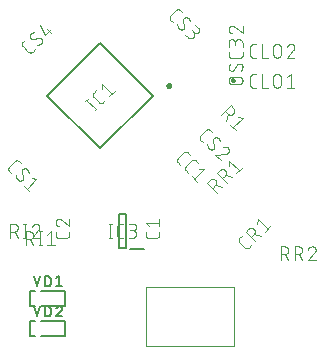
<source format=gbr>
G04 EAGLE Gerber X2 export*
%TF.Part,Single*%
%TF.FileFunction,Legend,Top,1*%
%TF.FilePolarity,Positive*%
%TF.GenerationSoftware,Autodesk,EAGLE,8.6.0*%
%TF.CreationDate,2018-09-01T13:25:50Z*%
G75*
%MOMM*%
%FSLAX34Y34*%
%LPD*%
%AMOC8*
5,1,8,0,0,1.08239X$1,22.5*%
G01*
%ADD10C,0.101600*%
%ADD11C,0.254000*%
%ADD12C,0.200000*%
%ADD13C,0.250000*%
%ADD14C,0.203200*%
%ADD15C,0.177800*%
%ADD16C,0.050000*%


D10*
X253050Y222758D02*
X250453Y222758D01*
X250354Y222760D01*
X250254Y222766D01*
X250155Y222775D01*
X250057Y222788D01*
X249959Y222805D01*
X249861Y222826D01*
X249765Y222851D01*
X249670Y222879D01*
X249576Y222911D01*
X249483Y222946D01*
X249391Y222985D01*
X249301Y223028D01*
X249213Y223073D01*
X249126Y223123D01*
X249042Y223175D01*
X248959Y223231D01*
X248879Y223289D01*
X248801Y223351D01*
X248726Y223416D01*
X248653Y223484D01*
X248583Y223554D01*
X248515Y223627D01*
X248450Y223702D01*
X248388Y223780D01*
X248330Y223860D01*
X248274Y223943D01*
X248222Y224027D01*
X248172Y224114D01*
X248127Y224202D01*
X248084Y224292D01*
X248045Y224384D01*
X248010Y224477D01*
X247978Y224571D01*
X247950Y224666D01*
X247925Y224762D01*
X247904Y224860D01*
X247887Y224958D01*
X247874Y225056D01*
X247865Y225155D01*
X247859Y225255D01*
X247857Y225354D01*
X247857Y231846D01*
X247859Y231945D01*
X247865Y232045D01*
X247874Y232144D01*
X247887Y232242D01*
X247904Y232340D01*
X247925Y232438D01*
X247950Y232534D01*
X247978Y232629D01*
X248010Y232723D01*
X248045Y232816D01*
X248084Y232908D01*
X248127Y232998D01*
X248172Y233086D01*
X248222Y233173D01*
X248274Y233257D01*
X248330Y233340D01*
X248388Y233420D01*
X248450Y233498D01*
X248515Y233573D01*
X248583Y233646D01*
X248653Y233716D01*
X248726Y233784D01*
X248801Y233849D01*
X248879Y233911D01*
X248959Y233969D01*
X249042Y234025D01*
X249126Y234077D01*
X249213Y234127D01*
X249301Y234172D01*
X249391Y234215D01*
X249483Y234254D01*
X249575Y234289D01*
X249670Y234321D01*
X249765Y234349D01*
X249861Y234374D01*
X249959Y234395D01*
X250057Y234412D01*
X250155Y234425D01*
X250254Y234434D01*
X250354Y234440D01*
X250453Y234442D01*
X253050Y234442D01*
X257819Y234442D02*
X257819Y222758D01*
X263011Y222758D01*
X267321Y226004D02*
X267321Y231196D01*
X267320Y231196D02*
X267322Y231309D01*
X267328Y231422D01*
X267338Y231535D01*
X267352Y231648D01*
X267369Y231760D01*
X267391Y231871D01*
X267416Y231981D01*
X267446Y232091D01*
X267479Y232199D01*
X267516Y232306D01*
X267556Y232412D01*
X267601Y232516D01*
X267649Y232619D01*
X267700Y232720D01*
X267755Y232819D01*
X267813Y232916D01*
X267875Y233011D01*
X267940Y233104D01*
X268008Y233194D01*
X268079Y233282D01*
X268154Y233368D01*
X268231Y233451D01*
X268311Y233531D01*
X268394Y233608D01*
X268480Y233683D01*
X268568Y233754D01*
X268658Y233822D01*
X268751Y233887D01*
X268846Y233949D01*
X268943Y234007D01*
X269042Y234062D01*
X269143Y234113D01*
X269246Y234161D01*
X269350Y234206D01*
X269456Y234246D01*
X269563Y234283D01*
X269671Y234316D01*
X269781Y234346D01*
X269891Y234371D01*
X270002Y234393D01*
X270114Y234410D01*
X270227Y234424D01*
X270340Y234434D01*
X270453Y234440D01*
X270566Y234442D01*
X270679Y234440D01*
X270792Y234434D01*
X270905Y234424D01*
X271018Y234410D01*
X271130Y234393D01*
X271241Y234371D01*
X271351Y234346D01*
X271461Y234316D01*
X271569Y234283D01*
X271676Y234246D01*
X271782Y234206D01*
X271886Y234161D01*
X271989Y234113D01*
X272090Y234062D01*
X272189Y234007D01*
X272286Y233949D01*
X272381Y233887D01*
X272474Y233822D01*
X272564Y233754D01*
X272652Y233683D01*
X272738Y233608D01*
X272821Y233531D01*
X272901Y233451D01*
X272978Y233368D01*
X273053Y233282D01*
X273124Y233194D01*
X273192Y233104D01*
X273257Y233011D01*
X273319Y232916D01*
X273377Y232819D01*
X273432Y232720D01*
X273483Y232619D01*
X273531Y232516D01*
X273576Y232412D01*
X273616Y232306D01*
X273653Y232199D01*
X273686Y232091D01*
X273716Y231981D01*
X273741Y231871D01*
X273763Y231760D01*
X273780Y231648D01*
X273794Y231535D01*
X273804Y231422D01*
X273810Y231309D01*
X273812Y231196D01*
X273812Y226004D01*
X273810Y225891D01*
X273804Y225778D01*
X273794Y225665D01*
X273780Y225552D01*
X273763Y225440D01*
X273741Y225329D01*
X273716Y225219D01*
X273686Y225109D01*
X273653Y225001D01*
X273616Y224894D01*
X273576Y224788D01*
X273531Y224684D01*
X273483Y224581D01*
X273432Y224480D01*
X273377Y224381D01*
X273319Y224284D01*
X273257Y224189D01*
X273192Y224096D01*
X273124Y224006D01*
X273053Y223918D01*
X272978Y223832D01*
X272901Y223749D01*
X272821Y223669D01*
X272738Y223592D01*
X272652Y223517D01*
X272564Y223446D01*
X272474Y223378D01*
X272381Y223313D01*
X272286Y223251D01*
X272189Y223193D01*
X272090Y223138D01*
X271989Y223087D01*
X271886Y223039D01*
X271782Y222994D01*
X271676Y222954D01*
X271569Y222917D01*
X271461Y222884D01*
X271351Y222854D01*
X271241Y222829D01*
X271130Y222807D01*
X271018Y222790D01*
X270905Y222776D01*
X270792Y222766D01*
X270679Y222760D01*
X270566Y222758D01*
X270453Y222760D01*
X270340Y222766D01*
X270227Y222776D01*
X270114Y222790D01*
X270002Y222807D01*
X269891Y222829D01*
X269781Y222854D01*
X269671Y222884D01*
X269563Y222917D01*
X269456Y222954D01*
X269350Y222994D01*
X269246Y223039D01*
X269143Y223087D01*
X269042Y223138D01*
X268943Y223193D01*
X268846Y223251D01*
X268751Y223313D01*
X268658Y223378D01*
X268568Y223446D01*
X268480Y223517D01*
X268394Y223592D01*
X268311Y223669D01*
X268231Y223749D01*
X268154Y223832D01*
X268079Y223918D01*
X268008Y224006D01*
X267940Y224096D01*
X267875Y224189D01*
X267813Y224284D01*
X267755Y224381D01*
X267700Y224480D01*
X267649Y224581D01*
X267601Y224684D01*
X267556Y224788D01*
X267516Y224894D01*
X267479Y225001D01*
X267446Y225109D01*
X267416Y225219D01*
X267391Y225329D01*
X267369Y225440D01*
X267352Y225552D01*
X267338Y225665D01*
X267328Y225778D01*
X267322Y225891D01*
X267320Y226004D01*
X278751Y231846D02*
X281996Y234442D01*
X281996Y222758D01*
X278751Y222758D02*
X285242Y222758D01*
X253050Y248158D02*
X250453Y248158D01*
X250354Y248160D01*
X250254Y248166D01*
X250155Y248175D01*
X250057Y248188D01*
X249959Y248205D01*
X249861Y248226D01*
X249765Y248251D01*
X249670Y248279D01*
X249576Y248311D01*
X249483Y248346D01*
X249391Y248385D01*
X249301Y248428D01*
X249213Y248473D01*
X249126Y248523D01*
X249042Y248575D01*
X248959Y248631D01*
X248879Y248689D01*
X248801Y248751D01*
X248726Y248816D01*
X248653Y248884D01*
X248583Y248954D01*
X248515Y249027D01*
X248450Y249102D01*
X248388Y249180D01*
X248330Y249260D01*
X248274Y249343D01*
X248222Y249427D01*
X248172Y249514D01*
X248127Y249602D01*
X248084Y249692D01*
X248045Y249784D01*
X248010Y249877D01*
X247978Y249971D01*
X247950Y250066D01*
X247925Y250162D01*
X247904Y250260D01*
X247887Y250358D01*
X247874Y250456D01*
X247865Y250555D01*
X247859Y250655D01*
X247857Y250754D01*
X247857Y257246D01*
X247859Y257345D01*
X247865Y257445D01*
X247874Y257544D01*
X247887Y257642D01*
X247904Y257740D01*
X247925Y257838D01*
X247950Y257934D01*
X247978Y258029D01*
X248010Y258123D01*
X248045Y258216D01*
X248084Y258308D01*
X248127Y258398D01*
X248172Y258486D01*
X248222Y258573D01*
X248274Y258657D01*
X248330Y258740D01*
X248388Y258820D01*
X248450Y258898D01*
X248515Y258973D01*
X248583Y259046D01*
X248653Y259116D01*
X248726Y259184D01*
X248801Y259249D01*
X248879Y259311D01*
X248959Y259369D01*
X249042Y259425D01*
X249126Y259477D01*
X249213Y259527D01*
X249301Y259572D01*
X249391Y259615D01*
X249483Y259654D01*
X249575Y259689D01*
X249670Y259721D01*
X249765Y259749D01*
X249861Y259774D01*
X249959Y259795D01*
X250057Y259812D01*
X250155Y259825D01*
X250254Y259834D01*
X250354Y259840D01*
X250453Y259842D01*
X253050Y259842D01*
X257819Y259842D02*
X257819Y248158D01*
X263011Y248158D01*
X267321Y251404D02*
X267321Y256596D01*
X267320Y256596D02*
X267322Y256709D01*
X267328Y256822D01*
X267338Y256935D01*
X267352Y257048D01*
X267369Y257160D01*
X267391Y257271D01*
X267416Y257381D01*
X267446Y257491D01*
X267479Y257599D01*
X267516Y257706D01*
X267556Y257812D01*
X267601Y257916D01*
X267649Y258019D01*
X267700Y258120D01*
X267755Y258219D01*
X267813Y258316D01*
X267875Y258411D01*
X267940Y258504D01*
X268008Y258594D01*
X268079Y258682D01*
X268154Y258768D01*
X268231Y258851D01*
X268311Y258931D01*
X268394Y259008D01*
X268480Y259083D01*
X268568Y259154D01*
X268658Y259222D01*
X268751Y259287D01*
X268846Y259349D01*
X268943Y259407D01*
X269042Y259462D01*
X269143Y259513D01*
X269246Y259561D01*
X269350Y259606D01*
X269456Y259646D01*
X269563Y259683D01*
X269671Y259716D01*
X269781Y259746D01*
X269891Y259771D01*
X270002Y259793D01*
X270114Y259810D01*
X270227Y259824D01*
X270340Y259834D01*
X270453Y259840D01*
X270566Y259842D01*
X270679Y259840D01*
X270792Y259834D01*
X270905Y259824D01*
X271018Y259810D01*
X271130Y259793D01*
X271241Y259771D01*
X271351Y259746D01*
X271461Y259716D01*
X271569Y259683D01*
X271676Y259646D01*
X271782Y259606D01*
X271886Y259561D01*
X271989Y259513D01*
X272090Y259462D01*
X272189Y259407D01*
X272286Y259349D01*
X272381Y259287D01*
X272474Y259222D01*
X272564Y259154D01*
X272652Y259083D01*
X272738Y259008D01*
X272821Y258931D01*
X272901Y258851D01*
X272978Y258768D01*
X273053Y258682D01*
X273124Y258594D01*
X273192Y258504D01*
X273257Y258411D01*
X273319Y258316D01*
X273377Y258219D01*
X273432Y258120D01*
X273483Y258019D01*
X273531Y257916D01*
X273576Y257812D01*
X273616Y257706D01*
X273653Y257599D01*
X273686Y257491D01*
X273716Y257381D01*
X273741Y257271D01*
X273763Y257160D01*
X273780Y257048D01*
X273794Y256935D01*
X273804Y256822D01*
X273810Y256709D01*
X273812Y256596D01*
X273812Y251404D01*
X273810Y251291D01*
X273804Y251178D01*
X273794Y251065D01*
X273780Y250952D01*
X273763Y250840D01*
X273741Y250729D01*
X273716Y250619D01*
X273686Y250509D01*
X273653Y250401D01*
X273616Y250294D01*
X273576Y250188D01*
X273531Y250084D01*
X273483Y249981D01*
X273432Y249880D01*
X273377Y249781D01*
X273319Y249684D01*
X273257Y249589D01*
X273192Y249496D01*
X273124Y249406D01*
X273053Y249318D01*
X272978Y249232D01*
X272901Y249149D01*
X272821Y249069D01*
X272738Y248992D01*
X272652Y248917D01*
X272564Y248846D01*
X272474Y248778D01*
X272381Y248713D01*
X272286Y248651D01*
X272189Y248593D01*
X272090Y248538D01*
X271989Y248487D01*
X271886Y248439D01*
X271782Y248394D01*
X271676Y248354D01*
X271569Y248317D01*
X271461Y248284D01*
X271351Y248254D01*
X271241Y248229D01*
X271130Y248207D01*
X271018Y248190D01*
X270905Y248176D01*
X270792Y248166D01*
X270679Y248160D01*
X270566Y248158D01*
X270453Y248160D01*
X270340Y248166D01*
X270227Y248176D01*
X270114Y248190D01*
X270002Y248207D01*
X269891Y248229D01*
X269781Y248254D01*
X269671Y248284D01*
X269563Y248317D01*
X269456Y248354D01*
X269350Y248394D01*
X269246Y248439D01*
X269143Y248487D01*
X269042Y248538D01*
X268943Y248593D01*
X268846Y248651D01*
X268751Y248713D01*
X268658Y248778D01*
X268568Y248846D01*
X268480Y248917D01*
X268394Y248992D01*
X268311Y249069D01*
X268231Y249149D01*
X268154Y249232D01*
X268079Y249318D01*
X268008Y249406D01*
X267940Y249496D01*
X267875Y249589D01*
X267813Y249684D01*
X267755Y249781D01*
X267700Y249880D01*
X267649Y249981D01*
X267601Y250084D01*
X267556Y250188D01*
X267516Y250294D01*
X267479Y250401D01*
X267446Y250509D01*
X267416Y250619D01*
X267391Y250729D01*
X267369Y250840D01*
X267352Y250952D01*
X267338Y251065D01*
X267328Y251178D01*
X267322Y251291D01*
X267320Y251404D01*
X282321Y259842D02*
X282428Y259840D01*
X282534Y259834D01*
X282640Y259824D01*
X282746Y259811D01*
X282852Y259793D01*
X282956Y259772D01*
X283060Y259747D01*
X283163Y259718D01*
X283264Y259686D01*
X283364Y259649D01*
X283463Y259609D01*
X283561Y259566D01*
X283657Y259519D01*
X283751Y259468D01*
X283843Y259414D01*
X283933Y259357D01*
X284021Y259297D01*
X284106Y259233D01*
X284189Y259166D01*
X284270Y259096D01*
X284348Y259024D01*
X284424Y258948D01*
X284496Y258870D01*
X284566Y258789D01*
X284633Y258706D01*
X284697Y258621D01*
X284757Y258533D01*
X284814Y258443D01*
X284868Y258351D01*
X284919Y258257D01*
X284966Y258161D01*
X285009Y258063D01*
X285049Y257964D01*
X285086Y257864D01*
X285118Y257763D01*
X285147Y257660D01*
X285172Y257556D01*
X285193Y257452D01*
X285211Y257346D01*
X285224Y257240D01*
X285234Y257134D01*
X285240Y257028D01*
X285242Y256921D01*
X282321Y259842D02*
X282200Y259840D01*
X282079Y259834D01*
X281959Y259824D01*
X281838Y259811D01*
X281719Y259793D01*
X281599Y259772D01*
X281481Y259747D01*
X281364Y259718D01*
X281247Y259685D01*
X281132Y259649D01*
X281018Y259608D01*
X280905Y259565D01*
X280793Y259517D01*
X280684Y259466D01*
X280576Y259411D01*
X280469Y259353D01*
X280365Y259292D01*
X280263Y259227D01*
X280163Y259159D01*
X280065Y259088D01*
X279969Y259014D01*
X279876Y258937D01*
X279786Y258856D01*
X279698Y258773D01*
X279613Y258687D01*
X279530Y258598D01*
X279451Y258507D01*
X279374Y258413D01*
X279301Y258317D01*
X279231Y258219D01*
X279164Y258118D01*
X279100Y258015D01*
X279040Y257910D01*
X278983Y257803D01*
X278929Y257695D01*
X278879Y257585D01*
X278833Y257473D01*
X278790Y257360D01*
X278751Y257245D01*
X284269Y254649D02*
X284348Y254726D01*
X284424Y254807D01*
X284497Y254890D01*
X284567Y254975D01*
X284634Y255063D01*
X284698Y255153D01*
X284758Y255245D01*
X284815Y255340D01*
X284869Y255436D01*
X284920Y255534D01*
X284967Y255634D01*
X285011Y255736D01*
X285051Y255839D01*
X285087Y255943D01*
X285119Y256049D01*
X285148Y256155D01*
X285173Y256263D01*
X285195Y256371D01*
X285212Y256481D01*
X285226Y256590D01*
X285235Y256700D01*
X285241Y256811D01*
X285243Y256921D01*
X284268Y254649D02*
X278751Y248158D01*
X285242Y248158D01*
X238116Y225728D02*
X232924Y225728D01*
X232811Y225730D01*
X232698Y225736D01*
X232585Y225746D01*
X232472Y225760D01*
X232360Y225777D01*
X232249Y225799D01*
X232139Y225824D01*
X232029Y225854D01*
X231921Y225887D01*
X231814Y225924D01*
X231708Y225964D01*
X231604Y226009D01*
X231501Y226057D01*
X231400Y226108D01*
X231301Y226163D01*
X231204Y226221D01*
X231109Y226283D01*
X231016Y226348D01*
X230926Y226416D01*
X230838Y226487D01*
X230752Y226562D01*
X230669Y226639D01*
X230589Y226719D01*
X230512Y226802D01*
X230437Y226888D01*
X230366Y226976D01*
X230298Y227066D01*
X230233Y227159D01*
X230171Y227254D01*
X230113Y227351D01*
X230058Y227450D01*
X230007Y227551D01*
X229959Y227654D01*
X229914Y227758D01*
X229874Y227864D01*
X229837Y227971D01*
X229804Y228079D01*
X229774Y228189D01*
X229749Y228299D01*
X229727Y228410D01*
X229710Y228522D01*
X229696Y228635D01*
X229686Y228748D01*
X229680Y228861D01*
X229678Y228974D01*
X229680Y229087D01*
X229686Y229200D01*
X229696Y229313D01*
X229710Y229426D01*
X229727Y229538D01*
X229749Y229649D01*
X229774Y229759D01*
X229804Y229869D01*
X229837Y229977D01*
X229874Y230084D01*
X229914Y230190D01*
X229959Y230294D01*
X230007Y230397D01*
X230058Y230498D01*
X230113Y230597D01*
X230171Y230694D01*
X230233Y230789D01*
X230298Y230882D01*
X230366Y230972D01*
X230437Y231060D01*
X230512Y231146D01*
X230589Y231229D01*
X230669Y231309D01*
X230752Y231386D01*
X230838Y231461D01*
X230926Y231532D01*
X231016Y231600D01*
X231109Y231665D01*
X231204Y231727D01*
X231301Y231785D01*
X231400Y231840D01*
X231501Y231891D01*
X231604Y231939D01*
X231708Y231984D01*
X231814Y232024D01*
X231921Y232061D01*
X232029Y232094D01*
X232139Y232124D01*
X232249Y232149D01*
X232360Y232171D01*
X232472Y232188D01*
X232585Y232202D01*
X232698Y232212D01*
X232811Y232218D01*
X232924Y232220D01*
X232924Y232219D02*
X238116Y232219D01*
X238116Y232220D02*
X238229Y232218D01*
X238342Y232212D01*
X238455Y232202D01*
X238568Y232188D01*
X238680Y232171D01*
X238791Y232149D01*
X238901Y232124D01*
X239011Y232094D01*
X239119Y232061D01*
X239226Y232024D01*
X239332Y231984D01*
X239436Y231939D01*
X239539Y231891D01*
X239640Y231840D01*
X239739Y231785D01*
X239836Y231727D01*
X239931Y231665D01*
X240024Y231600D01*
X240114Y231532D01*
X240202Y231461D01*
X240288Y231386D01*
X240371Y231309D01*
X240451Y231229D01*
X240528Y231146D01*
X240603Y231060D01*
X240674Y230972D01*
X240742Y230882D01*
X240807Y230789D01*
X240869Y230694D01*
X240927Y230597D01*
X240982Y230498D01*
X241033Y230397D01*
X241081Y230294D01*
X241126Y230190D01*
X241166Y230084D01*
X241203Y229977D01*
X241236Y229869D01*
X241266Y229759D01*
X241291Y229649D01*
X241313Y229538D01*
X241330Y229426D01*
X241344Y229313D01*
X241354Y229200D01*
X241360Y229087D01*
X241362Y228974D01*
X241360Y228861D01*
X241354Y228748D01*
X241344Y228635D01*
X241330Y228522D01*
X241313Y228410D01*
X241291Y228299D01*
X241266Y228189D01*
X241236Y228079D01*
X241203Y227971D01*
X241166Y227864D01*
X241126Y227758D01*
X241081Y227654D01*
X241033Y227551D01*
X240982Y227450D01*
X240927Y227351D01*
X240869Y227254D01*
X240807Y227159D01*
X240742Y227066D01*
X240674Y226976D01*
X240603Y226888D01*
X240528Y226802D01*
X240451Y226719D01*
X240371Y226639D01*
X240288Y226562D01*
X240202Y226487D01*
X240114Y226416D01*
X240024Y226348D01*
X239931Y226283D01*
X239836Y226221D01*
X239739Y226163D01*
X239640Y226108D01*
X239539Y226057D01*
X239436Y226009D01*
X239332Y225964D01*
X239226Y225924D01*
X239119Y225887D01*
X239011Y225854D01*
X238901Y225824D01*
X238791Y225799D01*
X238680Y225777D01*
X238568Y225760D01*
X238455Y225746D01*
X238342Y225736D01*
X238229Y225730D01*
X238116Y225728D01*
X241362Y240672D02*
X241360Y240771D01*
X241354Y240871D01*
X241345Y240970D01*
X241332Y241068D01*
X241315Y241166D01*
X241294Y241264D01*
X241269Y241360D01*
X241241Y241455D01*
X241209Y241549D01*
X241174Y241642D01*
X241135Y241734D01*
X241092Y241824D01*
X241047Y241912D01*
X240997Y241999D01*
X240945Y242083D01*
X240889Y242166D01*
X240831Y242246D01*
X240769Y242324D01*
X240704Y242399D01*
X240636Y242472D01*
X240566Y242542D01*
X240493Y242610D01*
X240418Y242675D01*
X240340Y242737D01*
X240260Y242795D01*
X240177Y242851D01*
X240093Y242903D01*
X240006Y242953D01*
X239918Y242998D01*
X239828Y243041D01*
X239736Y243080D01*
X239643Y243115D01*
X239549Y243147D01*
X239454Y243175D01*
X239358Y243200D01*
X239260Y243221D01*
X239162Y243238D01*
X239064Y243251D01*
X238965Y243260D01*
X238865Y243266D01*
X238766Y243268D01*
X241362Y240672D02*
X241360Y240528D01*
X241354Y240383D01*
X241345Y240239D01*
X241332Y240096D01*
X241315Y239952D01*
X241294Y239809D01*
X241269Y239667D01*
X241241Y239526D01*
X241209Y239385D01*
X241173Y239245D01*
X241134Y239106D01*
X241091Y238968D01*
X241044Y238832D01*
X240994Y238696D01*
X240940Y238562D01*
X240883Y238430D01*
X240822Y238299D01*
X240758Y238170D01*
X240690Y238042D01*
X240620Y237916D01*
X240545Y237792D01*
X240468Y237671D01*
X240387Y237551D01*
X240304Y237433D01*
X240217Y237318D01*
X240127Y237205D01*
X240034Y237094D01*
X239939Y236986D01*
X239840Y236880D01*
X239739Y236777D01*
X232274Y237102D02*
X232175Y237104D01*
X232075Y237110D01*
X231976Y237119D01*
X231878Y237132D01*
X231780Y237149D01*
X231682Y237170D01*
X231586Y237195D01*
X231491Y237223D01*
X231397Y237255D01*
X231304Y237290D01*
X231212Y237329D01*
X231122Y237372D01*
X231034Y237417D01*
X230947Y237467D01*
X230863Y237519D01*
X230780Y237575D01*
X230700Y237633D01*
X230622Y237695D01*
X230547Y237760D01*
X230474Y237828D01*
X230404Y237898D01*
X230336Y237971D01*
X230271Y238046D01*
X230209Y238124D01*
X230151Y238204D01*
X230095Y238287D01*
X230043Y238371D01*
X229993Y238458D01*
X229948Y238546D01*
X229905Y238636D01*
X229866Y238728D01*
X229831Y238821D01*
X229799Y238915D01*
X229771Y239010D01*
X229746Y239106D01*
X229725Y239204D01*
X229708Y239302D01*
X229695Y239400D01*
X229686Y239499D01*
X229680Y239599D01*
X229678Y239698D01*
X229680Y239834D01*
X229686Y239970D01*
X229695Y240106D01*
X229708Y240242D01*
X229726Y240377D01*
X229746Y240511D01*
X229771Y240645D01*
X229799Y240779D01*
X229832Y240911D01*
X229867Y241042D01*
X229907Y241173D01*
X229950Y241302D01*
X229996Y241430D01*
X230047Y241556D01*
X230100Y241682D01*
X230158Y241805D01*
X230218Y241927D01*
X230282Y242047D01*
X230350Y242166D01*
X230420Y242282D01*
X230494Y242396D01*
X230571Y242509D01*
X230652Y242619D01*
X234546Y238399D02*
X234493Y238313D01*
X234436Y238229D01*
X234377Y238147D01*
X234314Y238067D01*
X234248Y237990D01*
X234180Y237915D01*
X234108Y237843D01*
X234034Y237774D01*
X233957Y237708D01*
X233878Y237645D01*
X233796Y237585D01*
X233712Y237528D01*
X233626Y237474D01*
X233538Y237424D01*
X233448Y237377D01*
X233357Y237333D01*
X233263Y237294D01*
X233169Y237257D01*
X233073Y237225D01*
X232975Y237196D01*
X232877Y237171D01*
X232778Y237150D01*
X232678Y237132D01*
X232578Y237119D01*
X232477Y237109D01*
X232375Y237103D01*
X232274Y237101D01*
X236494Y241970D02*
X236547Y242056D01*
X236604Y242140D01*
X236663Y242222D01*
X236726Y242302D01*
X236792Y242379D01*
X236860Y242454D01*
X236932Y242526D01*
X237006Y242595D01*
X237083Y242661D01*
X237162Y242724D01*
X237244Y242784D01*
X237328Y242841D01*
X237414Y242895D01*
X237502Y242945D01*
X237592Y242992D01*
X237683Y243036D01*
X237777Y243075D01*
X237871Y243112D01*
X237967Y243144D01*
X238065Y243173D01*
X238163Y243198D01*
X238262Y243219D01*
X238362Y243237D01*
X238462Y243250D01*
X238563Y243260D01*
X238665Y243266D01*
X238766Y243268D01*
X236494Y241970D02*
X234546Y238400D01*
X241362Y250389D02*
X241362Y252986D01*
X241362Y250389D02*
X241360Y250290D01*
X241354Y250190D01*
X241345Y250091D01*
X241332Y249993D01*
X241315Y249895D01*
X241294Y249797D01*
X241269Y249701D01*
X241241Y249606D01*
X241209Y249512D01*
X241174Y249419D01*
X241135Y249327D01*
X241092Y249237D01*
X241047Y249149D01*
X240997Y249062D01*
X240945Y248978D01*
X240889Y248895D01*
X240831Y248815D01*
X240769Y248737D01*
X240704Y248662D01*
X240636Y248589D01*
X240566Y248519D01*
X240493Y248451D01*
X240418Y248386D01*
X240340Y248324D01*
X240260Y248266D01*
X240177Y248210D01*
X240093Y248158D01*
X240006Y248108D01*
X239918Y248063D01*
X239828Y248020D01*
X239736Y247981D01*
X239643Y247946D01*
X239549Y247914D01*
X239454Y247886D01*
X239358Y247861D01*
X239260Y247840D01*
X239162Y247823D01*
X239064Y247810D01*
X238965Y247801D01*
X238865Y247795D01*
X238766Y247793D01*
X232274Y247793D01*
X232274Y247792D02*
X232175Y247794D01*
X232075Y247800D01*
X231976Y247809D01*
X231878Y247822D01*
X231780Y247840D01*
X231682Y247860D01*
X231586Y247885D01*
X231490Y247913D01*
X231396Y247945D01*
X231303Y247980D01*
X231212Y248019D01*
X231122Y248062D01*
X231033Y248107D01*
X230947Y248157D01*
X230862Y248209D01*
X230780Y248265D01*
X230700Y248324D01*
X230622Y248385D01*
X230546Y248450D01*
X230473Y248518D01*
X230403Y248588D01*
X230335Y248661D01*
X230270Y248737D01*
X230209Y248815D01*
X230150Y248895D01*
X230094Y248977D01*
X230042Y249062D01*
X229993Y249148D01*
X229947Y249237D01*
X229904Y249327D01*
X229865Y249418D01*
X229830Y249511D01*
X229798Y249605D01*
X229770Y249701D01*
X229745Y249797D01*
X229725Y249895D01*
X229707Y249993D01*
X229694Y250091D01*
X229685Y250190D01*
X229679Y250289D01*
X229677Y250389D01*
X229678Y250389D02*
X229678Y252986D01*
X241362Y257351D02*
X241362Y260596D01*
X241360Y260709D01*
X241354Y260822D01*
X241344Y260935D01*
X241330Y261048D01*
X241313Y261160D01*
X241291Y261271D01*
X241266Y261381D01*
X241236Y261491D01*
X241203Y261599D01*
X241166Y261706D01*
X241126Y261812D01*
X241081Y261916D01*
X241033Y262019D01*
X240982Y262120D01*
X240927Y262219D01*
X240869Y262316D01*
X240807Y262411D01*
X240742Y262504D01*
X240674Y262594D01*
X240603Y262682D01*
X240528Y262768D01*
X240451Y262851D01*
X240371Y262931D01*
X240288Y263008D01*
X240202Y263083D01*
X240114Y263154D01*
X240024Y263222D01*
X239931Y263287D01*
X239836Y263349D01*
X239739Y263407D01*
X239640Y263462D01*
X239539Y263513D01*
X239436Y263561D01*
X239332Y263606D01*
X239226Y263646D01*
X239119Y263683D01*
X239011Y263716D01*
X238901Y263746D01*
X238791Y263771D01*
X238680Y263793D01*
X238568Y263810D01*
X238455Y263824D01*
X238342Y263834D01*
X238229Y263840D01*
X238116Y263842D01*
X238003Y263840D01*
X237890Y263834D01*
X237777Y263824D01*
X237664Y263810D01*
X237552Y263793D01*
X237441Y263771D01*
X237331Y263746D01*
X237221Y263716D01*
X237113Y263683D01*
X237006Y263646D01*
X236900Y263606D01*
X236796Y263561D01*
X236693Y263513D01*
X236592Y263462D01*
X236493Y263407D01*
X236396Y263349D01*
X236301Y263287D01*
X236208Y263222D01*
X236118Y263154D01*
X236030Y263083D01*
X235944Y263008D01*
X235861Y262931D01*
X235781Y262851D01*
X235704Y262768D01*
X235629Y262682D01*
X235558Y262594D01*
X235490Y262504D01*
X235425Y262411D01*
X235363Y262316D01*
X235305Y262219D01*
X235250Y262120D01*
X235199Y262019D01*
X235151Y261916D01*
X235106Y261812D01*
X235066Y261706D01*
X235029Y261599D01*
X234996Y261491D01*
X234966Y261381D01*
X234941Y261271D01*
X234919Y261160D01*
X234902Y261048D01*
X234888Y260935D01*
X234878Y260822D01*
X234872Y260709D01*
X234870Y260596D01*
X229678Y261246D02*
X229678Y257351D01*
X229678Y261246D02*
X229680Y261347D01*
X229686Y261447D01*
X229696Y261547D01*
X229709Y261647D01*
X229727Y261746D01*
X229748Y261845D01*
X229773Y261942D01*
X229802Y262039D01*
X229835Y262134D01*
X229871Y262228D01*
X229911Y262320D01*
X229954Y262411D01*
X230001Y262500D01*
X230051Y262587D01*
X230105Y262673D01*
X230162Y262756D01*
X230222Y262836D01*
X230285Y262915D01*
X230352Y262991D01*
X230421Y263064D01*
X230493Y263134D01*
X230567Y263202D01*
X230644Y263267D01*
X230724Y263328D01*
X230806Y263387D01*
X230890Y263442D01*
X230976Y263494D01*
X231064Y263543D01*
X231154Y263588D01*
X231246Y263630D01*
X231339Y263668D01*
X231434Y263702D01*
X231529Y263733D01*
X231626Y263760D01*
X231724Y263783D01*
X231823Y263803D01*
X231923Y263818D01*
X232023Y263830D01*
X232123Y263838D01*
X232224Y263842D01*
X232324Y263842D01*
X232425Y263838D01*
X232525Y263830D01*
X232625Y263818D01*
X232725Y263803D01*
X232824Y263783D01*
X232922Y263760D01*
X233019Y263733D01*
X233114Y263702D01*
X233209Y263668D01*
X233302Y263630D01*
X233394Y263588D01*
X233484Y263543D01*
X233572Y263494D01*
X233658Y263442D01*
X233742Y263387D01*
X233824Y263328D01*
X233904Y263267D01*
X233981Y263202D01*
X234055Y263134D01*
X234127Y263064D01*
X234196Y262991D01*
X234263Y262915D01*
X234326Y262836D01*
X234386Y262756D01*
X234443Y262673D01*
X234497Y262587D01*
X234547Y262500D01*
X234594Y262411D01*
X234637Y262320D01*
X234677Y262228D01*
X234713Y262134D01*
X234746Y262039D01*
X234775Y261942D01*
X234800Y261845D01*
X234821Y261746D01*
X234839Y261647D01*
X234852Y261547D01*
X234862Y261447D01*
X234868Y261347D01*
X234870Y261246D01*
X234871Y261246D02*
X234871Y258649D01*
X229678Y272351D02*
X229680Y272458D01*
X229686Y272564D01*
X229696Y272670D01*
X229709Y272776D01*
X229727Y272882D01*
X229748Y272986D01*
X229773Y273090D01*
X229802Y273193D01*
X229834Y273294D01*
X229871Y273394D01*
X229911Y273493D01*
X229954Y273591D01*
X230001Y273687D01*
X230052Y273781D01*
X230106Y273873D01*
X230163Y273963D01*
X230223Y274051D01*
X230287Y274136D01*
X230354Y274219D01*
X230424Y274300D01*
X230496Y274378D01*
X230572Y274454D01*
X230650Y274526D01*
X230731Y274596D01*
X230814Y274663D01*
X230899Y274727D01*
X230987Y274787D01*
X231077Y274844D01*
X231169Y274898D01*
X231263Y274949D01*
X231359Y274996D01*
X231457Y275039D01*
X231556Y275079D01*
X231656Y275116D01*
X231757Y275148D01*
X231860Y275177D01*
X231964Y275202D01*
X232068Y275223D01*
X232174Y275241D01*
X232280Y275254D01*
X232386Y275264D01*
X232492Y275270D01*
X232599Y275272D01*
X229678Y272351D02*
X229680Y272230D01*
X229686Y272109D01*
X229696Y271989D01*
X229709Y271868D01*
X229727Y271749D01*
X229748Y271629D01*
X229773Y271511D01*
X229802Y271394D01*
X229835Y271277D01*
X229871Y271162D01*
X229912Y271048D01*
X229955Y270935D01*
X230003Y270823D01*
X230054Y270714D01*
X230109Y270606D01*
X230167Y270499D01*
X230228Y270395D01*
X230293Y270293D01*
X230361Y270193D01*
X230432Y270095D01*
X230506Y269999D01*
X230583Y269906D01*
X230664Y269816D01*
X230747Y269728D01*
X230833Y269643D01*
X230922Y269560D01*
X231013Y269481D01*
X231107Y269404D01*
X231203Y269331D01*
X231301Y269261D01*
X231402Y269194D01*
X231505Y269130D01*
X231610Y269070D01*
X231717Y269012D01*
X231825Y268959D01*
X231935Y268909D01*
X232047Y268863D01*
X232160Y268820D01*
X232275Y268781D01*
X234871Y274298D02*
X234793Y274377D01*
X234713Y274453D01*
X234630Y274526D01*
X234544Y274596D01*
X234457Y274663D01*
X234366Y274727D01*
X234274Y274787D01*
X234180Y274845D01*
X234083Y274899D01*
X233985Y274949D01*
X233885Y274996D01*
X233784Y275040D01*
X233681Y275080D01*
X233576Y275116D01*
X233471Y275148D01*
X233364Y275177D01*
X233257Y275202D01*
X233148Y275224D01*
X233039Y275241D01*
X232930Y275255D01*
X232820Y275264D01*
X232709Y275270D01*
X232599Y275272D01*
X234871Y274298D02*
X241362Y268781D01*
X241362Y275272D01*
D11*
X232340Y229030D02*
X232342Y229087D01*
X232348Y229144D01*
X232358Y229201D01*
X232371Y229257D01*
X232389Y229311D01*
X232410Y229365D01*
X232434Y229416D01*
X232462Y229466D01*
X232494Y229514D01*
X232528Y229560D01*
X232566Y229603D01*
X232607Y229644D01*
X232650Y229682D01*
X232696Y229716D01*
X232744Y229748D01*
X232794Y229776D01*
X232845Y229800D01*
X232899Y229821D01*
X232953Y229839D01*
X233009Y229852D01*
X233066Y229862D01*
X233123Y229868D01*
X233180Y229870D01*
X233237Y229868D01*
X233294Y229862D01*
X233351Y229852D01*
X233407Y229839D01*
X233461Y229821D01*
X233515Y229800D01*
X233566Y229776D01*
X233616Y229748D01*
X233664Y229716D01*
X233710Y229682D01*
X233753Y229644D01*
X233794Y229603D01*
X233832Y229560D01*
X233866Y229514D01*
X233898Y229466D01*
X233926Y229416D01*
X233950Y229365D01*
X233971Y229311D01*
X233989Y229257D01*
X234002Y229201D01*
X234012Y229144D01*
X234018Y229087D01*
X234020Y229030D01*
X234018Y228973D01*
X234012Y228916D01*
X234002Y228859D01*
X233989Y228803D01*
X233971Y228749D01*
X233950Y228695D01*
X233926Y228644D01*
X233898Y228594D01*
X233866Y228546D01*
X233832Y228500D01*
X233794Y228457D01*
X233753Y228416D01*
X233710Y228378D01*
X233664Y228344D01*
X233616Y228312D01*
X233566Y228284D01*
X233515Y228260D01*
X233461Y228239D01*
X233407Y228221D01*
X233351Y228208D01*
X233294Y228198D01*
X233237Y228192D01*
X233180Y228190D01*
X233123Y228192D01*
X233066Y228198D01*
X233009Y228208D01*
X232953Y228221D01*
X232899Y228239D01*
X232845Y228260D01*
X232794Y228284D01*
X232744Y228312D01*
X232696Y228344D01*
X232650Y228378D01*
X232607Y228416D01*
X232566Y228457D01*
X232528Y228500D01*
X232494Y228546D01*
X232462Y228594D01*
X232434Y228644D01*
X232410Y228695D01*
X232389Y228749D01*
X232371Y228803D01*
X232358Y228859D01*
X232348Y228916D01*
X232342Y228973D01*
X232340Y229030D01*
D10*
X186704Y159544D02*
X188540Y157708D01*
X186704Y159544D02*
X186635Y159616D01*
X186569Y159690D01*
X186506Y159767D01*
X186446Y159846D01*
X186388Y159927D01*
X186334Y160011D01*
X186284Y160096D01*
X186236Y160184D01*
X186192Y160273D01*
X186151Y160364D01*
X186114Y160456D01*
X186080Y160549D01*
X186050Y160644D01*
X186024Y160740D01*
X186001Y160837D01*
X185982Y160935D01*
X185967Y161033D01*
X185956Y161132D01*
X185948Y161231D01*
X185944Y161330D01*
X185944Y161430D01*
X185948Y161529D01*
X185956Y161628D01*
X185967Y161727D01*
X185982Y161825D01*
X186001Y161923D01*
X186024Y162020D01*
X186050Y162116D01*
X186080Y162211D01*
X186114Y162304D01*
X186151Y162396D01*
X186192Y162487D01*
X186236Y162576D01*
X186284Y162664D01*
X186334Y162749D01*
X186388Y162833D01*
X186446Y162914D01*
X186506Y162993D01*
X186569Y163070D01*
X186635Y163144D01*
X186704Y163216D01*
X191294Y167806D01*
X191365Y167875D01*
X191440Y167942D01*
X191516Y168005D01*
X191595Y168065D01*
X191677Y168122D01*
X191760Y168176D01*
X191846Y168227D01*
X191933Y168275D01*
X192022Y168319D01*
X192113Y168360D01*
X192205Y168397D01*
X192299Y168431D01*
X192394Y168461D01*
X192490Y168487D01*
X192587Y168510D01*
X192684Y168528D01*
X192783Y168544D01*
X192882Y168555D01*
X192981Y168563D01*
X193080Y168567D01*
X193180Y168567D01*
X193279Y168563D01*
X193378Y168555D01*
X193477Y168544D01*
X193575Y168529D01*
X193673Y168510D01*
X193770Y168487D01*
X193866Y168461D01*
X193961Y168431D01*
X194054Y168397D01*
X194147Y168360D01*
X194238Y168319D01*
X194327Y168275D01*
X194414Y168227D01*
X194500Y168177D01*
X194583Y168122D01*
X194664Y168065D01*
X194744Y168005D01*
X194820Y167942D01*
X194895Y167875D01*
X194966Y167806D01*
X196802Y165970D01*
X193440Y152809D02*
X195275Y150973D01*
X193439Y152809D02*
X193370Y152881D01*
X193304Y152955D01*
X193241Y153032D01*
X193181Y153111D01*
X193123Y153192D01*
X193069Y153276D01*
X193019Y153361D01*
X192971Y153449D01*
X192927Y153538D01*
X192886Y153629D01*
X192849Y153721D01*
X192815Y153814D01*
X192785Y153909D01*
X192759Y154005D01*
X192736Y154102D01*
X192717Y154200D01*
X192702Y154298D01*
X192691Y154397D01*
X192683Y154496D01*
X192679Y154595D01*
X192679Y154695D01*
X192683Y154794D01*
X192691Y154893D01*
X192702Y154992D01*
X192717Y155090D01*
X192736Y155188D01*
X192759Y155285D01*
X192785Y155381D01*
X192815Y155476D01*
X192849Y155569D01*
X192886Y155661D01*
X192927Y155752D01*
X192971Y155841D01*
X193019Y155929D01*
X193069Y156014D01*
X193123Y156098D01*
X193181Y156179D01*
X193241Y156258D01*
X193304Y156335D01*
X193370Y156409D01*
X193439Y156481D01*
X193440Y156481D02*
X198029Y161071D01*
X198100Y161140D01*
X198175Y161207D01*
X198251Y161270D01*
X198330Y161330D01*
X198412Y161387D01*
X198495Y161441D01*
X198581Y161492D01*
X198668Y161540D01*
X198757Y161584D01*
X198848Y161625D01*
X198940Y161662D01*
X199034Y161696D01*
X199129Y161726D01*
X199225Y161752D01*
X199322Y161775D01*
X199419Y161793D01*
X199518Y161809D01*
X199617Y161820D01*
X199716Y161828D01*
X199815Y161832D01*
X199915Y161832D01*
X200014Y161828D01*
X200113Y161820D01*
X200212Y161809D01*
X200310Y161794D01*
X200408Y161775D01*
X200505Y161752D01*
X200601Y161726D01*
X200696Y161696D01*
X200789Y161662D01*
X200882Y161625D01*
X200973Y161584D01*
X201062Y161540D01*
X201149Y161492D01*
X201235Y161442D01*
X201318Y161387D01*
X201399Y161330D01*
X201479Y161270D01*
X201555Y161207D01*
X201630Y161140D01*
X201701Y161071D01*
X203537Y159235D01*
X204788Y154312D02*
X208919Y153853D01*
X200657Y145591D01*
X198362Y147886D02*
X202952Y143296D01*
X45650Y150378D02*
X43814Y152214D01*
X43745Y152286D01*
X43679Y152360D01*
X43616Y152437D01*
X43556Y152516D01*
X43498Y152597D01*
X43444Y152681D01*
X43394Y152766D01*
X43346Y152854D01*
X43302Y152943D01*
X43261Y153034D01*
X43224Y153126D01*
X43190Y153219D01*
X43160Y153314D01*
X43134Y153410D01*
X43111Y153507D01*
X43092Y153605D01*
X43077Y153703D01*
X43066Y153802D01*
X43058Y153901D01*
X43054Y154000D01*
X43054Y154100D01*
X43058Y154199D01*
X43066Y154298D01*
X43077Y154397D01*
X43092Y154495D01*
X43111Y154593D01*
X43134Y154690D01*
X43160Y154786D01*
X43190Y154881D01*
X43224Y154974D01*
X43261Y155066D01*
X43302Y155157D01*
X43346Y155246D01*
X43394Y155334D01*
X43444Y155419D01*
X43498Y155503D01*
X43556Y155584D01*
X43616Y155663D01*
X43679Y155740D01*
X43745Y155814D01*
X43814Y155886D01*
X48404Y160476D01*
X48475Y160545D01*
X48550Y160612D01*
X48626Y160675D01*
X48705Y160735D01*
X48787Y160792D01*
X48870Y160846D01*
X48956Y160897D01*
X49043Y160945D01*
X49132Y160989D01*
X49223Y161030D01*
X49315Y161067D01*
X49409Y161101D01*
X49504Y161131D01*
X49600Y161157D01*
X49697Y161180D01*
X49794Y161198D01*
X49893Y161214D01*
X49992Y161225D01*
X50091Y161233D01*
X50190Y161237D01*
X50290Y161237D01*
X50389Y161233D01*
X50488Y161225D01*
X50587Y161214D01*
X50685Y161199D01*
X50783Y161180D01*
X50880Y161157D01*
X50976Y161131D01*
X51071Y161101D01*
X51164Y161067D01*
X51257Y161030D01*
X51348Y160989D01*
X51437Y160945D01*
X51524Y160897D01*
X51610Y160847D01*
X51693Y160792D01*
X51774Y160735D01*
X51854Y160675D01*
X51930Y160612D01*
X52005Y160545D01*
X52076Y160476D01*
X53911Y158640D01*
X54893Y144806D02*
X54821Y144737D01*
X54747Y144671D01*
X54670Y144608D01*
X54591Y144548D01*
X54510Y144490D01*
X54426Y144436D01*
X54341Y144386D01*
X54253Y144338D01*
X54164Y144294D01*
X54073Y144253D01*
X53981Y144216D01*
X53888Y144182D01*
X53793Y144152D01*
X53697Y144126D01*
X53600Y144103D01*
X53502Y144084D01*
X53404Y144069D01*
X53305Y144058D01*
X53206Y144050D01*
X53107Y144046D01*
X53007Y144046D01*
X52908Y144050D01*
X52809Y144058D01*
X52710Y144069D01*
X52612Y144084D01*
X52514Y144103D01*
X52417Y144126D01*
X52321Y144152D01*
X52226Y144182D01*
X52133Y144216D01*
X52041Y144253D01*
X51950Y144294D01*
X51861Y144338D01*
X51773Y144386D01*
X51688Y144436D01*
X51604Y144490D01*
X51523Y144548D01*
X51444Y144608D01*
X51367Y144671D01*
X51293Y144737D01*
X51221Y144806D01*
X51221Y144807D02*
X51121Y144910D01*
X51023Y145016D01*
X50928Y145125D01*
X50835Y145236D01*
X50746Y145349D01*
X50660Y145465D01*
X50577Y145583D01*
X50497Y145703D01*
X50420Y145825D01*
X50346Y145949D01*
X50276Y146075D01*
X50209Y146203D01*
X50145Y146333D01*
X50085Y146464D01*
X50028Y146597D01*
X49975Y146731D01*
X49925Y146866D01*
X49879Y147003D01*
X49837Y147141D01*
X49798Y147280D01*
X49763Y147420D01*
X49731Y147561D01*
X49704Y147703D01*
X49680Y147845D01*
X49659Y147988D01*
X49643Y148131D01*
X49630Y148275D01*
X49621Y148419D01*
X49616Y148563D01*
X49615Y148708D01*
X55122Y153757D02*
X55194Y153826D01*
X55268Y153892D01*
X55345Y153955D01*
X55424Y154015D01*
X55505Y154073D01*
X55589Y154127D01*
X55674Y154177D01*
X55762Y154225D01*
X55851Y154269D01*
X55942Y154310D01*
X56034Y154347D01*
X56127Y154381D01*
X56222Y154411D01*
X56318Y154437D01*
X56415Y154460D01*
X56513Y154479D01*
X56611Y154494D01*
X56710Y154505D01*
X56809Y154513D01*
X56908Y154517D01*
X57008Y154517D01*
X57107Y154513D01*
X57206Y154505D01*
X57305Y154494D01*
X57403Y154479D01*
X57501Y154460D01*
X57598Y154437D01*
X57694Y154411D01*
X57789Y154381D01*
X57882Y154347D01*
X57974Y154310D01*
X58065Y154269D01*
X58154Y154225D01*
X58242Y154177D01*
X58327Y154127D01*
X58411Y154073D01*
X58492Y154015D01*
X58571Y153955D01*
X58648Y153892D01*
X58722Y153826D01*
X58794Y153757D01*
X58889Y153659D01*
X58981Y153559D01*
X59071Y153456D01*
X59157Y153351D01*
X59240Y153243D01*
X59321Y153133D01*
X59398Y153021D01*
X59472Y152907D01*
X59543Y152790D01*
X59611Y152672D01*
X59675Y152552D01*
X59736Y152430D01*
X59793Y152307D01*
X59847Y152182D01*
X59898Y152055D01*
X59945Y151927D01*
X59988Y151798D01*
X60028Y151668D01*
X60064Y151537D01*
X60096Y151404D01*
X60125Y151271D01*
X60150Y151137D01*
X60171Y151003D01*
X54434Y151232D02*
X54410Y151331D01*
X54391Y151430D01*
X54375Y151530D01*
X54363Y151631D01*
X54355Y151732D01*
X54351Y151834D01*
X54350Y151935D01*
X54354Y152036D01*
X54361Y152137D01*
X54373Y152238D01*
X54388Y152338D01*
X54407Y152438D01*
X54430Y152537D01*
X54457Y152635D01*
X54487Y152731D01*
X54521Y152827D01*
X54559Y152921D01*
X54600Y153014D01*
X54645Y153104D01*
X54694Y153194D01*
X54745Y153281D01*
X54800Y153366D01*
X54859Y153449D01*
X54920Y153530D01*
X54985Y153608D01*
X55052Y153684D01*
X55122Y153757D01*
X55581Y147331D02*
X55605Y147232D01*
X55624Y147133D01*
X55640Y147033D01*
X55652Y146932D01*
X55660Y146831D01*
X55664Y146729D01*
X55665Y146628D01*
X55661Y146527D01*
X55654Y146426D01*
X55642Y146325D01*
X55627Y146225D01*
X55608Y146125D01*
X55585Y146026D01*
X55558Y145928D01*
X55528Y145832D01*
X55494Y145736D01*
X55456Y145642D01*
X55415Y145549D01*
X55370Y145459D01*
X55321Y145369D01*
X55270Y145282D01*
X55215Y145197D01*
X55156Y145114D01*
X55095Y145033D01*
X55030Y144955D01*
X54963Y144879D01*
X54893Y144806D01*
X55581Y147331D02*
X54434Y151232D01*
X62706Y146174D02*
X66836Y145715D01*
X58575Y137453D01*
X56280Y139748D02*
X60870Y135158D01*
X205754Y178594D02*
X207590Y176758D01*
X205754Y178594D02*
X205685Y178666D01*
X205619Y178740D01*
X205556Y178817D01*
X205496Y178896D01*
X205438Y178977D01*
X205384Y179061D01*
X205334Y179146D01*
X205286Y179234D01*
X205242Y179323D01*
X205201Y179414D01*
X205164Y179506D01*
X205130Y179599D01*
X205100Y179694D01*
X205074Y179790D01*
X205051Y179887D01*
X205032Y179985D01*
X205017Y180083D01*
X205006Y180182D01*
X204998Y180281D01*
X204994Y180380D01*
X204994Y180480D01*
X204998Y180579D01*
X205006Y180678D01*
X205017Y180777D01*
X205032Y180875D01*
X205051Y180973D01*
X205074Y181070D01*
X205100Y181166D01*
X205130Y181261D01*
X205164Y181354D01*
X205201Y181446D01*
X205242Y181537D01*
X205286Y181626D01*
X205334Y181714D01*
X205384Y181799D01*
X205438Y181883D01*
X205496Y181964D01*
X205556Y182043D01*
X205619Y182120D01*
X205685Y182194D01*
X205754Y182266D01*
X210344Y186856D01*
X210415Y186925D01*
X210490Y186992D01*
X210566Y187055D01*
X210645Y187115D01*
X210727Y187172D01*
X210810Y187226D01*
X210896Y187277D01*
X210983Y187325D01*
X211072Y187369D01*
X211163Y187410D01*
X211255Y187447D01*
X211349Y187481D01*
X211444Y187511D01*
X211540Y187537D01*
X211637Y187560D01*
X211734Y187578D01*
X211833Y187594D01*
X211932Y187605D01*
X212031Y187613D01*
X212130Y187617D01*
X212230Y187617D01*
X212329Y187613D01*
X212428Y187605D01*
X212527Y187594D01*
X212625Y187579D01*
X212723Y187560D01*
X212820Y187537D01*
X212916Y187511D01*
X213011Y187481D01*
X213104Y187447D01*
X213197Y187410D01*
X213288Y187369D01*
X213377Y187325D01*
X213464Y187277D01*
X213550Y187227D01*
X213633Y187172D01*
X213714Y187115D01*
X213794Y187055D01*
X213870Y186992D01*
X213945Y186925D01*
X214016Y186856D01*
X215852Y185020D01*
X216833Y171187D02*
X216761Y171118D01*
X216687Y171052D01*
X216610Y170989D01*
X216531Y170929D01*
X216450Y170871D01*
X216366Y170817D01*
X216281Y170767D01*
X216193Y170719D01*
X216104Y170675D01*
X216013Y170634D01*
X215921Y170597D01*
X215828Y170563D01*
X215733Y170533D01*
X215637Y170507D01*
X215540Y170484D01*
X215442Y170465D01*
X215344Y170450D01*
X215245Y170439D01*
X215146Y170431D01*
X215047Y170427D01*
X214947Y170427D01*
X214848Y170431D01*
X214749Y170439D01*
X214650Y170450D01*
X214552Y170465D01*
X214454Y170484D01*
X214357Y170507D01*
X214261Y170533D01*
X214166Y170563D01*
X214073Y170597D01*
X213981Y170634D01*
X213890Y170675D01*
X213801Y170719D01*
X213713Y170767D01*
X213628Y170817D01*
X213544Y170871D01*
X213463Y170929D01*
X213384Y170989D01*
X213307Y171052D01*
X213233Y171118D01*
X213161Y171187D01*
X213161Y171188D02*
X213061Y171291D01*
X212963Y171397D01*
X212868Y171506D01*
X212775Y171617D01*
X212686Y171730D01*
X212600Y171846D01*
X212517Y171964D01*
X212437Y172084D01*
X212360Y172206D01*
X212286Y172330D01*
X212216Y172456D01*
X212149Y172584D01*
X212085Y172714D01*
X212025Y172845D01*
X211968Y172978D01*
X211915Y173112D01*
X211865Y173247D01*
X211819Y173384D01*
X211777Y173522D01*
X211738Y173661D01*
X211703Y173801D01*
X211671Y173942D01*
X211644Y174084D01*
X211620Y174226D01*
X211599Y174369D01*
X211583Y174512D01*
X211570Y174656D01*
X211561Y174800D01*
X211556Y174944D01*
X211555Y175089D01*
X217063Y180137D02*
X217135Y180206D01*
X217209Y180272D01*
X217286Y180335D01*
X217365Y180395D01*
X217446Y180453D01*
X217530Y180507D01*
X217615Y180557D01*
X217703Y180605D01*
X217792Y180649D01*
X217883Y180690D01*
X217975Y180727D01*
X218068Y180761D01*
X218163Y180791D01*
X218259Y180817D01*
X218356Y180840D01*
X218454Y180859D01*
X218552Y180874D01*
X218651Y180885D01*
X218750Y180893D01*
X218849Y180897D01*
X218949Y180897D01*
X219048Y180893D01*
X219147Y180885D01*
X219246Y180874D01*
X219344Y180859D01*
X219442Y180840D01*
X219539Y180817D01*
X219635Y180791D01*
X219730Y180761D01*
X219823Y180727D01*
X219915Y180690D01*
X220006Y180649D01*
X220095Y180605D01*
X220183Y180557D01*
X220268Y180507D01*
X220352Y180453D01*
X220433Y180395D01*
X220512Y180335D01*
X220589Y180272D01*
X220663Y180206D01*
X220735Y180137D01*
X220735Y180138D02*
X220830Y180040D01*
X220922Y179940D01*
X221012Y179837D01*
X221098Y179732D01*
X221181Y179624D01*
X221262Y179514D01*
X221339Y179402D01*
X221413Y179288D01*
X221484Y179171D01*
X221552Y179053D01*
X221616Y178933D01*
X221677Y178811D01*
X221734Y178688D01*
X221788Y178563D01*
X221839Y178436D01*
X221886Y178308D01*
X221929Y178179D01*
X221969Y178049D01*
X222005Y177918D01*
X222037Y177785D01*
X222066Y177652D01*
X222091Y177518D01*
X222112Y177384D01*
X216375Y177613D02*
X216351Y177712D01*
X216332Y177811D01*
X216316Y177911D01*
X216304Y178012D01*
X216296Y178113D01*
X216292Y178215D01*
X216291Y178316D01*
X216295Y178417D01*
X216302Y178518D01*
X216314Y178619D01*
X216329Y178719D01*
X216348Y178819D01*
X216371Y178918D01*
X216398Y179016D01*
X216428Y179112D01*
X216462Y179208D01*
X216500Y179302D01*
X216541Y179395D01*
X216586Y179485D01*
X216635Y179575D01*
X216686Y179662D01*
X216741Y179747D01*
X216800Y179830D01*
X216861Y179911D01*
X216926Y179989D01*
X216993Y180065D01*
X217063Y180138D01*
X217522Y173712D02*
X217546Y173613D01*
X217565Y173514D01*
X217581Y173414D01*
X217593Y173313D01*
X217601Y173212D01*
X217605Y173110D01*
X217606Y173009D01*
X217602Y172908D01*
X217595Y172807D01*
X217583Y172706D01*
X217568Y172606D01*
X217549Y172506D01*
X217526Y172407D01*
X217499Y172309D01*
X217469Y172213D01*
X217435Y172117D01*
X217397Y172023D01*
X217356Y171930D01*
X217311Y171840D01*
X217262Y171750D01*
X217211Y171663D01*
X217156Y171578D01*
X217097Y171495D01*
X217036Y171414D01*
X216971Y171336D01*
X216904Y171260D01*
X216834Y171187D01*
X217522Y173711D02*
X216374Y177613D01*
X229006Y171865D02*
X229081Y171789D01*
X229152Y171709D01*
X229220Y171627D01*
X229285Y171543D01*
X229347Y171456D01*
X229406Y171367D01*
X229462Y171276D01*
X229514Y171183D01*
X229563Y171088D01*
X229608Y170991D01*
X229650Y170893D01*
X229688Y170793D01*
X229722Y170692D01*
X229753Y170590D01*
X229780Y170487D01*
X229803Y170383D01*
X229823Y170278D01*
X229838Y170172D01*
X229850Y170066D01*
X229858Y169960D01*
X229862Y169853D01*
X229862Y169747D01*
X229858Y169640D01*
X229850Y169534D01*
X229838Y169428D01*
X229823Y169322D01*
X229803Y169217D01*
X229780Y169113D01*
X229753Y169010D01*
X229722Y168908D01*
X229688Y168807D01*
X229650Y168707D01*
X229608Y168609D01*
X229563Y168512D01*
X229514Y168417D01*
X229462Y168324D01*
X229406Y168233D01*
X229347Y168144D01*
X229285Y168057D01*
X229220Y167973D01*
X229152Y167891D01*
X229081Y167811D01*
X229006Y167735D01*
X229007Y171866D02*
X228920Y171950D01*
X228830Y172031D01*
X228738Y172110D01*
X228643Y172185D01*
X228546Y172257D01*
X228447Y172327D01*
X228345Y172392D01*
X228242Y172455D01*
X228136Y172514D01*
X228029Y172570D01*
X227920Y172622D01*
X227809Y172671D01*
X227697Y172716D01*
X227583Y172758D01*
X227468Y172795D01*
X227352Y172830D01*
X227235Y172860D01*
X227117Y172886D01*
X226998Y172909D01*
X226878Y172928D01*
X226758Y172943D01*
X226638Y172954D01*
X226517Y172961D01*
X226396Y172965D01*
X226275Y172964D01*
X226154Y172960D01*
X226033Y172951D01*
X225913Y172939D01*
X225793Y172923D01*
X225674Y172903D01*
X225555Y172879D01*
X225437Y172852D01*
X225320Y172820D01*
X225205Y172785D01*
X225090Y172746D01*
X224977Y172704D01*
X224865Y172657D01*
X224755Y172608D01*
X224646Y172554D01*
X226712Y166816D02*
X226822Y166815D01*
X226933Y166818D01*
X227043Y166825D01*
X227153Y166836D01*
X227262Y166851D01*
X227371Y166870D01*
X227479Y166892D01*
X227587Y166918D01*
X227693Y166948D01*
X227798Y166982D01*
X227902Y167019D01*
X228005Y167060D01*
X228106Y167105D01*
X228205Y167153D01*
X228303Y167205D01*
X228398Y167260D01*
X228492Y167318D01*
X228584Y167380D01*
X228673Y167445D01*
X228761Y167512D01*
X228845Y167583D01*
X228927Y167657D01*
X229007Y167734D01*
X226712Y166817D02*
X218220Y166128D01*
X222810Y161538D01*
X182190Y278358D02*
X180354Y280194D01*
X180285Y280266D01*
X180219Y280340D01*
X180156Y280417D01*
X180096Y280496D01*
X180038Y280577D01*
X179984Y280661D01*
X179934Y280746D01*
X179886Y280834D01*
X179842Y280923D01*
X179801Y281014D01*
X179764Y281106D01*
X179730Y281199D01*
X179700Y281294D01*
X179674Y281390D01*
X179651Y281487D01*
X179632Y281585D01*
X179617Y281683D01*
X179606Y281782D01*
X179598Y281881D01*
X179594Y281980D01*
X179594Y282080D01*
X179598Y282179D01*
X179606Y282278D01*
X179617Y282377D01*
X179632Y282475D01*
X179651Y282573D01*
X179674Y282670D01*
X179700Y282766D01*
X179730Y282861D01*
X179764Y282954D01*
X179801Y283046D01*
X179842Y283137D01*
X179886Y283226D01*
X179934Y283314D01*
X179984Y283399D01*
X180038Y283483D01*
X180096Y283564D01*
X180156Y283643D01*
X180219Y283720D01*
X180285Y283794D01*
X180354Y283866D01*
X184944Y288456D01*
X185015Y288525D01*
X185090Y288592D01*
X185166Y288655D01*
X185245Y288715D01*
X185327Y288772D01*
X185410Y288826D01*
X185496Y288877D01*
X185583Y288925D01*
X185672Y288969D01*
X185763Y289010D01*
X185855Y289047D01*
X185949Y289081D01*
X186044Y289111D01*
X186140Y289137D01*
X186237Y289160D01*
X186334Y289178D01*
X186433Y289194D01*
X186532Y289205D01*
X186631Y289213D01*
X186730Y289217D01*
X186830Y289217D01*
X186929Y289213D01*
X187028Y289205D01*
X187127Y289194D01*
X187225Y289179D01*
X187323Y289160D01*
X187420Y289137D01*
X187516Y289111D01*
X187611Y289081D01*
X187704Y289047D01*
X187797Y289010D01*
X187888Y288969D01*
X187977Y288925D01*
X188064Y288877D01*
X188150Y288827D01*
X188233Y288772D01*
X188314Y288715D01*
X188394Y288655D01*
X188470Y288592D01*
X188545Y288525D01*
X188616Y288456D01*
X190452Y286620D01*
X191433Y272787D02*
X191361Y272718D01*
X191287Y272652D01*
X191210Y272589D01*
X191131Y272529D01*
X191050Y272471D01*
X190966Y272417D01*
X190881Y272367D01*
X190793Y272319D01*
X190704Y272275D01*
X190613Y272234D01*
X190521Y272197D01*
X190428Y272163D01*
X190333Y272133D01*
X190237Y272107D01*
X190140Y272084D01*
X190042Y272065D01*
X189944Y272050D01*
X189845Y272039D01*
X189746Y272031D01*
X189647Y272027D01*
X189547Y272027D01*
X189448Y272031D01*
X189349Y272039D01*
X189250Y272050D01*
X189152Y272065D01*
X189054Y272084D01*
X188957Y272107D01*
X188861Y272133D01*
X188766Y272163D01*
X188673Y272197D01*
X188581Y272234D01*
X188490Y272275D01*
X188401Y272319D01*
X188313Y272367D01*
X188228Y272417D01*
X188144Y272471D01*
X188063Y272529D01*
X187984Y272589D01*
X187907Y272652D01*
X187833Y272718D01*
X187761Y272787D01*
X187761Y272788D02*
X187661Y272891D01*
X187563Y272997D01*
X187468Y273106D01*
X187375Y273217D01*
X187286Y273330D01*
X187200Y273446D01*
X187117Y273564D01*
X187037Y273684D01*
X186960Y273806D01*
X186886Y273930D01*
X186816Y274056D01*
X186749Y274184D01*
X186685Y274314D01*
X186625Y274445D01*
X186568Y274578D01*
X186515Y274712D01*
X186465Y274847D01*
X186419Y274984D01*
X186377Y275122D01*
X186338Y275261D01*
X186303Y275401D01*
X186271Y275542D01*
X186244Y275684D01*
X186220Y275826D01*
X186199Y275969D01*
X186183Y276112D01*
X186170Y276256D01*
X186161Y276400D01*
X186156Y276544D01*
X186155Y276689D01*
X191663Y281737D02*
X191735Y281806D01*
X191809Y281872D01*
X191886Y281935D01*
X191965Y281995D01*
X192046Y282053D01*
X192130Y282107D01*
X192215Y282157D01*
X192303Y282205D01*
X192392Y282249D01*
X192483Y282290D01*
X192575Y282327D01*
X192668Y282361D01*
X192763Y282391D01*
X192859Y282417D01*
X192956Y282440D01*
X193054Y282459D01*
X193152Y282474D01*
X193251Y282485D01*
X193350Y282493D01*
X193449Y282497D01*
X193549Y282497D01*
X193648Y282493D01*
X193747Y282485D01*
X193846Y282474D01*
X193944Y282459D01*
X194042Y282440D01*
X194139Y282417D01*
X194235Y282391D01*
X194330Y282361D01*
X194423Y282327D01*
X194515Y282290D01*
X194606Y282249D01*
X194695Y282205D01*
X194783Y282157D01*
X194868Y282107D01*
X194952Y282053D01*
X195033Y281995D01*
X195112Y281935D01*
X195189Y281872D01*
X195263Y281806D01*
X195335Y281737D01*
X195335Y281738D02*
X195430Y281640D01*
X195522Y281540D01*
X195612Y281437D01*
X195698Y281332D01*
X195781Y281224D01*
X195862Y281114D01*
X195939Y281002D01*
X196013Y280888D01*
X196084Y280771D01*
X196152Y280653D01*
X196216Y280533D01*
X196277Y280411D01*
X196334Y280288D01*
X196388Y280163D01*
X196439Y280036D01*
X196486Y279908D01*
X196529Y279779D01*
X196569Y279649D01*
X196605Y279518D01*
X196637Y279385D01*
X196666Y279252D01*
X196691Y279118D01*
X196712Y278984D01*
X190975Y279213D02*
X190951Y279312D01*
X190932Y279411D01*
X190916Y279511D01*
X190904Y279612D01*
X190896Y279713D01*
X190892Y279815D01*
X190891Y279916D01*
X190895Y280017D01*
X190902Y280118D01*
X190914Y280219D01*
X190929Y280319D01*
X190948Y280419D01*
X190971Y280518D01*
X190998Y280616D01*
X191028Y280712D01*
X191062Y280808D01*
X191100Y280902D01*
X191141Y280995D01*
X191186Y281085D01*
X191235Y281175D01*
X191286Y281262D01*
X191341Y281347D01*
X191400Y281430D01*
X191461Y281511D01*
X191526Y281589D01*
X191593Y281665D01*
X191663Y281738D01*
X192122Y275312D02*
X192146Y275213D01*
X192165Y275114D01*
X192181Y275014D01*
X192193Y274913D01*
X192201Y274812D01*
X192205Y274710D01*
X192206Y274609D01*
X192202Y274508D01*
X192195Y274407D01*
X192183Y274306D01*
X192168Y274206D01*
X192149Y274106D01*
X192126Y274007D01*
X192099Y273909D01*
X192069Y273813D01*
X192035Y273717D01*
X191997Y273623D01*
X191956Y273530D01*
X191911Y273440D01*
X191862Y273350D01*
X191811Y273263D01*
X191756Y273178D01*
X191697Y273095D01*
X191636Y273014D01*
X191571Y272936D01*
X191504Y272860D01*
X191434Y272787D01*
X192122Y275311D02*
X190974Y279213D01*
X192820Y267728D02*
X195115Y265433D01*
X195196Y265354D01*
X195280Y265278D01*
X195367Y265205D01*
X195456Y265136D01*
X195548Y265069D01*
X195642Y265006D01*
X195738Y264946D01*
X195836Y264889D01*
X195936Y264836D01*
X196038Y264786D01*
X196142Y264740D01*
X196247Y264698D01*
X196353Y264659D01*
X196461Y264624D01*
X196570Y264593D01*
X196680Y264565D01*
X196791Y264542D01*
X196902Y264522D01*
X197014Y264506D01*
X197127Y264494D01*
X197240Y264486D01*
X197353Y264482D01*
X197467Y264482D01*
X197580Y264486D01*
X197693Y264494D01*
X197806Y264506D01*
X197918Y264522D01*
X198029Y264542D01*
X198140Y264565D01*
X198250Y264593D01*
X198359Y264624D01*
X198467Y264659D01*
X198573Y264698D01*
X198678Y264740D01*
X198782Y264786D01*
X198884Y264836D01*
X198984Y264889D01*
X199082Y264946D01*
X199178Y265006D01*
X199272Y265069D01*
X199363Y265136D01*
X199453Y265205D01*
X199540Y265278D01*
X199624Y265354D01*
X199705Y265433D01*
X199784Y265514D01*
X199860Y265598D01*
X199933Y265685D01*
X200002Y265775D01*
X200069Y265866D01*
X200132Y265960D01*
X200192Y266056D01*
X200249Y266154D01*
X200302Y266254D01*
X200352Y266356D01*
X200398Y266460D01*
X200440Y266565D01*
X200479Y266671D01*
X200514Y266779D01*
X200545Y266888D01*
X200573Y266998D01*
X200596Y267109D01*
X200616Y267220D01*
X200632Y267332D01*
X200644Y267445D01*
X200652Y267558D01*
X200656Y267671D01*
X200656Y267785D01*
X200652Y267898D01*
X200644Y268011D01*
X200632Y268124D01*
X200616Y268236D01*
X200596Y268347D01*
X200573Y268458D01*
X200545Y268568D01*
X200514Y268677D01*
X200479Y268785D01*
X200440Y268891D01*
X200398Y268996D01*
X200352Y269100D01*
X200302Y269202D01*
X200249Y269302D01*
X200192Y269400D01*
X200132Y269496D01*
X200069Y269590D01*
X200002Y269682D01*
X199933Y269771D01*
X199860Y269858D01*
X199784Y269942D01*
X199705Y270023D01*
X203836Y273236D02*
X201082Y275990D01*
X203836Y273236D02*
X203905Y273163D01*
X203972Y273088D01*
X204036Y273010D01*
X204097Y272930D01*
X204155Y272847D01*
X204209Y272763D01*
X204261Y272676D01*
X204308Y272588D01*
X204353Y272497D01*
X204394Y272405D01*
X204431Y272311D01*
X204464Y272217D01*
X204494Y272120D01*
X204520Y272023D01*
X204542Y271925D01*
X204561Y271826D01*
X204575Y271726D01*
X204586Y271626D01*
X204593Y271526D01*
X204596Y271425D01*
X204595Y271324D01*
X204590Y271224D01*
X204581Y271124D01*
X204569Y271024D01*
X204552Y270924D01*
X204532Y270826D01*
X204508Y270728D01*
X204480Y270631D01*
X204448Y270536D01*
X204413Y270442D01*
X204374Y270349D01*
X204331Y270257D01*
X204285Y270168D01*
X204236Y270080D01*
X204183Y269995D01*
X204127Y269911D01*
X204067Y269830D01*
X204005Y269751D01*
X203939Y269674D01*
X203871Y269600D01*
X203800Y269529D01*
X203726Y269461D01*
X203649Y269395D01*
X203570Y269333D01*
X203489Y269273D01*
X203405Y269217D01*
X203320Y269164D01*
X203232Y269115D01*
X203143Y269069D01*
X203051Y269026D01*
X202958Y268987D01*
X202864Y268952D01*
X202769Y268920D01*
X202672Y268892D01*
X202574Y268868D01*
X202476Y268848D01*
X202376Y268831D01*
X202276Y268819D01*
X202176Y268810D01*
X202076Y268805D01*
X201975Y268804D01*
X201874Y268807D01*
X201774Y268814D01*
X201674Y268825D01*
X201574Y268839D01*
X201475Y268858D01*
X201377Y268880D01*
X201280Y268906D01*
X201183Y268936D01*
X201089Y268969D01*
X200995Y269006D01*
X200903Y269047D01*
X200812Y269092D01*
X200724Y269139D01*
X200637Y269191D01*
X200553Y269245D01*
X200470Y269303D01*
X200390Y269364D01*
X200312Y269428D01*
X200237Y269495D01*
X200164Y269564D01*
X198328Y271400D01*
X65522Y255200D02*
X63686Y253364D01*
X63614Y253295D01*
X63540Y253229D01*
X63463Y253166D01*
X63384Y253106D01*
X63303Y253048D01*
X63219Y252994D01*
X63134Y252944D01*
X63046Y252896D01*
X62957Y252852D01*
X62866Y252811D01*
X62774Y252774D01*
X62681Y252740D01*
X62586Y252710D01*
X62490Y252684D01*
X62393Y252661D01*
X62295Y252642D01*
X62197Y252627D01*
X62098Y252616D01*
X61999Y252608D01*
X61900Y252604D01*
X61800Y252604D01*
X61701Y252608D01*
X61602Y252616D01*
X61503Y252627D01*
X61405Y252642D01*
X61307Y252661D01*
X61210Y252684D01*
X61114Y252710D01*
X61019Y252740D01*
X60926Y252774D01*
X60834Y252811D01*
X60743Y252852D01*
X60654Y252896D01*
X60566Y252944D01*
X60481Y252994D01*
X60397Y253048D01*
X60316Y253106D01*
X60237Y253166D01*
X60160Y253229D01*
X60086Y253295D01*
X60014Y253364D01*
X55424Y257954D01*
X55355Y258025D01*
X55288Y258100D01*
X55225Y258176D01*
X55165Y258255D01*
X55108Y258337D01*
X55054Y258420D01*
X55003Y258506D01*
X54955Y258593D01*
X54911Y258682D01*
X54870Y258773D01*
X54833Y258865D01*
X54799Y258959D01*
X54769Y259054D01*
X54743Y259150D01*
X54720Y259247D01*
X54702Y259344D01*
X54686Y259443D01*
X54675Y259542D01*
X54667Y259641D01*
X54663Y259740D01*
X54663Y259840D01*
X54667Y259939D01*
X54675Y260038D01*
X54686Y260137D01*
X54701Y260235D01*
X54720Y260333D01*
X54743Y260430D01*
X54769Y260526D01*
X54799Y260621D01*
X54833Y260714D01*
X54870Y260807D01*
X54911Y260898D01*
X54955Y260987D01*
X55003Y261074D01*
X55053Y261160D01*
X55108Y261243D01*
X55165Y261324D01*
X55225Y261404D01*
X55288Y261480D01*
X55355Y261555D01*
X55424Y261626D01*
X57260Y263461D01*
X71093Y264443D02*
X71162Y264371D01*
X71228Y264297D01*
X71291Y264220D01*
X71351Y264141D01*
X71409Y264060D01*
X71463Y263976D01*
X71513Y263891D01*
X71561Y263803D01*
X71605Y263714D01*
X71646Y263623D01*
X71683Y263531D01*
X71717Y263438D01*
X71747Y263343D01*
X71773Y263247D01*
X71796Y263150D01*
X71815Y263052D01*
X71830Y262954D01*
X71841Y262855D01*
X71849Y262756D01*
X71853Y262657D01*
X71853Y262557D01*
X71849Y262458D01*
X71841Y262359D01*
X71830Y262260D01*
X71815Y262162D01*
X71796Y262064D01*
X71773Y261967D01*
X71747Y261871D01*
X71717Y261776D01*
X71683Y261683D01*
X71646Y261591D01*
X71605Y261500D01*
X71561Y261411D01*
X71513Y261323D01*
X71463Y261238D01*
X71409Y261154D01*
X71351Y261073D01*
X71291Y260994D01*
X71228Y260917D01*
X71162Y260843D01*
X71093Y260771D01*
X70990Y260671D01*
X70884Y260573D01*
X70775Y260478D01*
X70664Y260385D01*
X70551Y260296D01*
X70435Y260210D01*
X70317Y260127D01*
X70197Y260047D01*
X70075Y259970D01*
X69951Y259896D01*
X69825Y259826D01*
X69697Y259759D01*
X69567Y259695D01*
X69436Y259635D01*
X69303Y259578D01*
X69169Y259525D01*
X69034Y259475D01*
X68897Y259429D01*
X68759Y259387D01*
X68620Y259348D01*
X68480Y259313D01*
X68339Y259281D01*
X68197Y259254D01*
X68055Y259230D01*
X67912Y259209D01*
X67769Y259193D01*
X67625Y259180D01*
X67481Y259171D01*
X67337Y259166D01*
X67192Y259165D01*
X62143Y264672D02*
X62074Y264744D01*
X62008Y264818D01*
X61945Y264895D01*
X61885Y264974D01*
X61827Y265055D01*
X61773Y265139D01*
X61723Y265224D01*
X61675Y265312D01*
X61631Y265401D01*
X61590Y265492D01*
X61553Y265584D01*
X61519Y265677D01*
X61489Y265772D01*
X61463Y265868D01*
X61440Y265965D01*
X61421Y266063D01*
X61406Y266161D01*
X61395Y266260D01*
X61387Y266359D01*
X61383Y266458D01*
X61383Y266558D01*
X61387Y266657D01*
X61395Y266756D01*
X61406Y266855D01*
X61421Y266953D01*
X61440Y267051D01*
X61463Y267148D01*
X61489Y267244D01*
X61519Y267339D01*
X61553Y267432D01*
X61590Y267524D01*
X61631Y267615D01*
X61675Y267704D01*
X61723Y267792D01*
X61773Y267877D01*
X61827Y267961D01*
X61885Y268042D01*
X61945Y268121D01*
X62008Y268198D01*
X62074Y268272D01*
X62143Y268344D01*
X62241Y268439D01*
X62341Y268531D01*
X62444Y268621D01*
X62549Y268707D01*
X62657Y268790D01*
X62767Y268871D01*
X62879Y268948D01*
X62993Y269022D01*
X63110Y269093D01*
X63228Y269161D01*
X63348Y269225D01*
X63470Y269286D01*
X63593Y269343D01*
X63718Y269397D01*
X63845Y269448D01*
X63973Y269495D01*
X64102Y269538D01*
X64232Y269578D01*
X64363Y269614D01*
X64496Y269646D01*
X64629Y269675D01*
X64763Y269700D01*
X64897Y269721D01*
X64668Y263984D02*
X64569Y263960D01*
X64470Y263941D01*
X64370Y263925D01*
X64269Y263913D01*
X64168Y263905D01*
X64066Y263901D01*
X63965Y263900D01*
X63864Y263904D01*
X63763Y263911D01*
X63662Y263923D01*
X63562Y263938D01*
X63462Y263957D01*
X63363Y263980D01*
X63265Y264007D01*
X63169Y264037D01*
X63073Y264071D01*
X62979Y264109D01*
X62886Y264150D01*
X62796Y264195D01*
X62706Y264244D01*
X62619Y264295D01*
X62534Y264350D01*
X62451Y264409D01*
X62370Y264470D01*
X62292Y264535D01*
X62216Y264602D01*
X62143Y264672D01*
X68569Y265131D02*
X68668Y265155D01*
X68767Y265174D01*
X68867Y265190D01*
X68968Y265202D01*
X69069Y265210D01*
X69171Y265214D01*
X69272Y265215D01*
X69373Y265211D01*
X69474Y265204D01*
X69575Y265192D01*
X69675Y265177D01*
X69775Y265158D01*
X69874Y265135D01*
X69972Y265108D01*
X70068Y265078D01*
X70164Y265044D01*
X70258Y265006D01*
X70351Y264965D01*
X70441Y264920D01*
X70531Y264871D01*
X70618Y264820D01*
X70703Y264765D01*
X70786Y264706D01*
X70867Y264645D01*
X70945Y264580D01*
X71021Y264513D01*
X71094Y264443D01*
X68569Y265131D02*
X64667Y263984D01*
X74316Y267666D02*
X69726Y275927D01*
X74316Y267666D02*
X78906Y272256D01*
X75693Y272715D02*
X79365Y269043D01*
X222968Y199480D02*
X231230Y207742D01*
X233525Y205447D01*
X233604Y205366D01*
X233680Y205282D01*
X233753Y205195D01*
X233822Y205105D01*
X233889Y205014D01*
X233952Y204920D01*
X234012Y204824D01*
X234069Y204726D01*
X234122Y204626D01*
X234172Y204524D01*
X234218Y204420D01*
X234260Y204315D01*
X234299Y204209D01*
X234334Y204101D01*
X234365Y203992D01*
X234393Y203882D01*
X234416Y203771D01*
X234436Y203660D01*
X234452Y203548D01*
X234464Y203435D01*
X234472Y203322D01*
X234476Y203209D01*
X234476Y203095D01*
X234472Y202982D01*
X234464Y202869D01*
X234452Y202756D01*
X234436Y202644D01*
X234416Y202533D01*
X234393Y202422D01*
X234365Y202312D01*
X234334Y202203D01*
X234299Y202095D01*
X234260Y201989D01*
X234218Y201884D01*
X234172Y201780D01*
X234122Y201678D01*
X234069Y201578D01*
X234012Y201480D01*
X233952Y201384D01*
X233889Y201290D01*
X233822Y201199D01*
X233753Y201109D01*
X233680Y201022D01*
X233604Y200938D01*
X233525Y200857D01*
X233444Y200778D01*
X233360Y200702D01*
X233273Y200629D01*
X233183Y200560D01*
X233092Y200493D01*
X232998Y200430D01*
X232902Y200370D01*
X232804Y200313D01*
X232704Y200260D01*
X232602Y200210D01*
X232498Y200164D01*
X232393Y200122D01*
X232287Y200083D01*
X232179Y200048D01*
X232070Y200017D01*
X231960Y199989D01*
X231849Y199966D01*
X231738Y199946D01*
X231626Y199930D01*
X231513Y199918D01*
X231400Y199910D01*
X231287Y199906D01*
X231173Y199906D01*
X231060Y199910D01*
X230947Y199918D01*
X230834Y199930D01*
X230722Y199946D01*
X230611Y199966D01*
X230500Y199989D01*
X230390Y200017D01*
X230281Y200048D01*
X230173Y200083D01*
X230067Y200122D01*
X229962Y200164D01*
X229858Y200210D01*
X229756Y200260D01*
X229656Y200313D01*
X229558Y200370D01*
X229462Y200430D01*
X229368Y200493D01*
X229277Y200560D01*
X229187Y200629D01*
X229100Y200702D01*
X229016Y200778D01*
X228935Y200857D01*
X226640Y203152D01*
X229394Y200398D02*
X227558Y194890D01*
X237424Y197876D02*
X241555Y197417D01*
X233293Y189155D01*
X230998Y191450D02*
X235588Y186860D01*
X211358Y142330D02*
X219620Y134068D01*
X211358Y142330D02*
X213653Y144625D01*
X213734Y144704D01*
X213818Y144780D01*
X213905Y144853D01*
X213995Y144922D01*
X214086Y144989D01*
X214180Y145052D01*
X214276Y145112D01*
X214374Y145169D01*
X214474Y145222D01*
X214576Y145272D01*
X214680Y145318D01*
X214785Y145360D01*
X214891Y145399D01*
X214999Y145434D01*
X215108Y145465D01*
X215218Y145493D01*
X215329Y145516D01*
X215440Y145536D01*
X215552Y145552D01*
X215665Y145564D01*
X215778Y145572D01*
X215891Y145576D01*
X216005Y145576D01*
X216118Y145572D01*
X216231Y145564D01*
X216344Y145552D01*
X216456Y145536D01*
X216567Y145516D01*
X216678Y145493D01*
X216788Y145465D01*
X216897Y145434D01*
X217005Y145399D01*
X217111Y145360D01*
X217216Y145318D01*
X217320Y145272D01*
X217422Y145222D01*
X217522Y145169D01*
X217620Y145112D01*
X217716Y145052D01*
X217810Y144989D01*
X217901Y144922D01*
X217991Y144853D01*
X218078Y144780D01*
X218162Y144704D01*
X218243Y144625D01*
X218322Y144544D01*
X218398Y144460D01*
X218471Y144373D01*
X218540Y144283D01*
X218607Y144192D01*
X218670Y144098D01*
X218730Y144002D01*
X218787Y143904D01*
X218840Y143804D01*
X218890Y143702D01*
X218936Y143598D01*
X218978Y143493D01*
X219017Y143387D01*
X219052Y143279D01*
X219083Y143170D01*
X219111Y143060D01*
X219134Y142949D01*
X219154Y142838D01*
X219170Y142726D01*
X219182Y142613D01*
X219190Y142500D01*
X219194Y142387D01*
X219194Y142273D01*
X219190Y142160D01*
X219182Y142047D01*
X219170Y141934D01*
X219154Y141822D01*
X219134Y141711D01*
X219111Y141600D01*
X219083Y141490D01*
X219052Y141381D01*
X219017Y141273D01*
X218978Y141167D01*
X218936Y141062D01*
X218890Y140958D01*
X218840Y140856D01*
X218787Y140756D01*
X218730Y140658D01*
X218670Y140562D01*
X218607Y140468D01*
X218540Y140377D01*
X218471Y140287D01*
X218398Y140200D01*
X218322Y140116D01*
X218243Y140035D01*
X215948Y137740D01*
X218702Y140494D02*
X224210Y138658D01*
X227971Y142420D02*
X219709Y150682D01*
X222004Y152977D01*
X222085Y153056D01*
X222169Y153132D01*
X222256Y153205D01*
X222346Y153274D01*
X222437Y153341D01*
X222531Y153404D01*
X222627Y153464D01*
X222725Y153521D01*
X222825Y153574D01*
X222927Y153624D01*
X223031Y153670D01*
X223136Y153712D01*
X223242Y153751D01*
X223350Y153786D01*
X223459Y153817D01*
X223569Y153845D01*
X223680Y153868D01*
X223791Y153888D01*
X223903Y153904D01*
X224016Y153916D01*
X224129Y153924D01*
X224242Y153928D01*
X224356Y153928D01*
X224469Y153924D01*
X224582Y153916D01*
X224695Y153904D01*
X224807Y153888D01*
X224918Y153868D01*
X225029Y153845D01*
X225139Y153817D01*
X225248Y153786D01*
X225356Y153751D01*
X225462Y153712D01*
X225567Y153670D01*
X225671Y153624D01*
X225773Y153574D01*
X225873Y153521D01*
X225971Y153464D01*
X226067Y153404D01*
X226161Y153341D01*
X226252Y153274D01*
X226342Y153205D01*
X226429Y153132D01*
X226513Y153056D01*
X226594Y152977D01*
X226673Y152896D01*
X226749Y152812D01*
X226822Y152725D01*
X226891Y152635D01*
X226958Y152544D01*
X227021Y152450D01*
X227081Y152354D01*
X227138Y152256D01*
X227191Y152156D01*
X227241Y152054D01*
X227287Y151950D01*
X227329Y151845D01*
X227368Y151739D01*
X227403Y151631D01*
X227434Y151522D01*
X227462Y151412D01*
X227485Y151301D01*
X227505Y151190D01*
X227521Y151078D01*
X227533Y150965D01*
X227541Y150852D01*
X227545Y150739D01*
X227545Y150625D01*
X227541Y150512D01*
X227533Y150399D01*
X227521Y150286D01*
X227505Y150174D01*
X227485Y150063D01*
X227462Y149952D01*
X227434Y149842D01*
X227403Y149733D01*
X227368Y149625D01*
X227329Y149519D01*
X227287Y149414D01*
X227241Y149310D01*
X227191Y149208D01*
X227138Y149108D01*
X227081Y149010D01*
X227021Y148914D01*
X226958Y148820D01*
X226891Y148729D01*
X226822Y148639D01*
X226749Y148552D01*
X226673Y148468D01*
X226594Y148387D01*
X224299Y146092D01*
X227053Y148846D02*
X232561Y147010D01*
X229575Y156876D02*
X230034Y161007D01*
X238296Y152745D01*
X236001Y150450D02*
X240591Y155040D01*
X273558Y88392D02*
X273558Y76708D01*
X273558Y88392D02*
X276804Y88392D01*
X276917Y88390D01*
X277030Y88384D01*
X277143Y88374D01*
X277256Y88360D01*
X277368Y88343D01*
X277479Y88321D01*
X277589Y88296D01*
X277699Y88266D01*
X277807Y88233D01*
X277914Y88196D01*
X278020Y88156D01*
X278124Y88111D01*
X278227Y88063D01*
X278328Y88012D01*
X278427Y87957D01*
X278524Y87899D01*
X278619Y87837D01*
X278712Y87772D01*
X278802Y87704D01*
X278890Y87633D01*
X278976Y87558D01*
X279059Y87481D01*
X279139Y87401D01*
X279216Y87318D01*
X279291Y87232D01*
X279362Y87144D01*
X279430Y87054D01*
X279495Y86961D01*
X279557Y86866D01*
X279615Y86769D01*
X279670Y86670D01*
X279721Y86569D01*
X279769Y86466D01*
X279814Y86362D01*
X279854Y86256D01*
X279891Y86149D01*
X279924Y86041D01*
X279954Y85931D01*
X279979Y85821D01*
X280001Y85710D01*
X280018Y85598D01*
X280032Y85485D01*
X280042Y85372D01*
X280048Y85259D01*
X280050Y85146D01*
X280048Y85033D01*
X280042Y84920D01*
X280032Y84807D01*
X280018Y84694D01*
X280001Y84582D01*
X279979Y84471D01*
X279954Y84361D01*
X279924Y84251D01*
X279891Y84143D01*
X279854Y84036D01*
X279814Y83930D01*
X279769Y83826D01*
X279721Y83723D01*
X279670Y83622D01*
X279615Y83523D01*
X279557Y83426D01*
X279495Y83331D01*
X279430Y83238D01*
X279362Y83148D01*
X279291Y83060D01*
X279216Y82974D01*
X279139Y82891D01*
X279059Y82811D01*
X278976Y82734D01*
X278890Y82659D01*
X278802Y82588D01*
X278712Y82520D01*
X278619Y82455D01*
X278524Y82393D01*
X278427Y82335D01*
X278328Y82280D01*
X278227Y82229D01*
X278124Y82181D01*
X278020Y82136D01*
X277914Y82096D01*
X277807Y82059D01*
X277699Y82026D01*
X277589Y81996D01*
X277479Y81971D01*
X277368Y81949D01*
X277256Y81932D01*
X277143Y81918D01*
X277030Y81908D01*
X276917Y81902D01*
X276804Y81900D01*
X276804Y81901D02*
X273558Y81901D01*
X277453Y81901D02*
X280049Y76708D01*
X285369Y76708D02*
X285369Y88392D01*
X288615Y88392D01*
X288728Y88390D01*
X288841Y88384D01*
X288954Y88374D01*
X289067Y88360D01*
X289179Y88343D01*
X289290Y88321D01*
X289400Y88296D01*
X289510Y88266D01*
X289618Y88233D01*
X289725Y88196D01*
X289831Y88156D01*
X289935Y88111D01*
X290038Y88063D01*
X290139Y88012D01*
X290238Y87957D01*
X290335Y87899D01*
X290430Y87837D01*
X290523Y87772D01*
X290613Y87704D01*
X290701Y87633D01*
X290787Y87558D01*
X290870Y87481D01*
X290950Y87401D01*
X291027Y87318D01*
X291102Y87232D01*
X291173Y87144D01*
X291241Y87054D01*
X291306Y86961D01*
X291368Y86866D01*
X291426Y86769D01*
X291481Y86670D01*
X291532Y86569D01*
X291580Y86466D01*
X291625Y86362D01*
X291665Y86256D01*
X291702Y86149D01*
X291735Y86041D01*
X291765Y85931D01*
X291790Y85821D01*
X291812Y85710D01*
X291829Y85598D01*
X291843Y85485D01*
X291853Y85372D01*
X291859Y85259D01*
X291861Y85146D01*
X291859Y85033D01*
X291853Y84920D01*
X291843Y84807D01*
X291829Y84694D01*
X291812Y84582D01*
X291790Y84471D01*
X291765Y84361D01*
X291735Y84251D01*
X291702Y84143D01*
X291665Y84036D01*
X291625Y83930D01*
X291580Y83826D01*
X291532Y83723D01*
X291481Y83622D01*
X291426Y83523D01*
X291368Y83426D01*
X291306Y83331D01*
X291241Y83238D01*
X291173Y83148D01*
X291102Y83060D01*
X291027Y82974D01*
X290950Y82891D01*
X290870Y82811D01*
X290787Y82734D01*
X290701Y82659D01*
X290613Y82588D01*
X290523Y82520D01*
X290430Y82455D01*
X290335Y82393D01*
X290238Y82335D01*
X290139Y82280D01*
X290038Y82229D01*
X289935Y82181D01*
X289831Y82136D01*
X289725Y82096D01*
X289618Y82059D01*
X289510Y82026D01*
X289400Y81996D01*
X289290Y81971D01*
X289179Y81949D01*
X289067Y81932D01*
X288954Y81918D01*
X288841Y81908D01*
X288728Y81902D01*
X288615Y81900D01*
X288615Y81901D02*
X285369Y81901D01*
X289264Y81901D02*
X291860Y76708D01*
X303216Y85471D02*
X303214Y85578D01*
X303208Y85684D01*
X303198Y85790D01*
X303185Y85896D01*
X303167Y86002D01*
X303146Y86106D01*
X303121Y86210D01*
X303092Y86313D01*
X303060Y86414D01*
X303023Y86514D01*
X302983Y86613D01*
X302940Y86711D01*
X302893Y86807D01*
X302842Y86901D01*
X302788Y86993D01*
X302731Y87083D01*
X302671Y87171D01*
X302607Y87256D01*
X302540Y87339D01*
X302470Y87420D01*
X302398Y87498D01*
X302322Y87574D01*
X302244Y87646D01*
X302163Y87716D01*
X302080Y87783D01*
X301995Y87847D01*
X301907Y87907D01*
X301817Y87964D01*
X301725Y88018D01*
X301631Y88069D01*
X301535Y88116D01*
X301437Y88159D01*
X301338Y88199D01*
X301238Y88236D01*
X301137Y88268D01*
X301034Y88297D01*
X300930Y88322D01*
X300826Y88343D01*
X300720Y88361D01*
X300614Y88374D01*
X300508Y88384D01*
X300402Y88390D01*
X300295Y88392D01*
X300174Y88390D01*
X300053Y88384D01*
X299933Y88374D01*
X299812Y88361D01*
X299693Y88343D01*
X299573Y88322D01*
X299455Y88297D01*
X299338Y88268D01*
X299221Y88235D01*
X299106Y88199D01*
X298992Y88158D01*
X298879Y88115D01*
X298767Y88067D01*
X298658Y88016D01*
X298550Y87961D01*
X298443Y87903D01*
X298339Y87842D01*
X298237Y87777D01*
X298137Y87709D01*
X298039Y87638D01*
X297943Y87564D01*
X297850Y87487D01*
X297760Y87406D01*
X297672Y87323D01*
X297587Y87237D01*
X297504Y87148D01*
X297425Y87057D01*
X297348Y86963D01*
X297275Y86867D01*
X297205Y86769D01*
X297138Y86668D01*
X297074Y86565D01*
X297014Y86460D01*
X296957Y86353D01*
X296903Y86245D01*
X296853Y86135D01*
X296807Y86023D01*
X296764Y85910D01*
X296725Y85795D01*
X302243Y83199D02*
X302322Y83276D01*
X302398Y83357D01*
X302471Y83440D01*
X302541Y83525D01*
X302608Y83613D01*
X302672Y83703D01*
X302732Y83795D01*
X302789Y83890D01*
X302843Y83986D01*
X302894Y84084D01*
X302941Y84184D01*
X302985Y84286D01*
X303025Y84389D01*
X303061Y84493D01*
X303093Y84599D01*
X303122Y84705D01*
X303147Y84813D01*
X303169Y84921D01*
X303186Y85031D01*
X303200Y85140D01*
X303209Y85250D01*
X303215Y85361D01*
X303217Y85471D01*
X302243Y83199D02*
X296725Y76708D01*
X303216Y76708D01*
X248864Y89291D02*
X247028Y87455D01*
X246956Y87386D01*
X246882Y87320D01*
X246805Y87257D01*
X246726Y87197D01*
X246645Y87139D01*
X246561Y87085D01*
X246476Y87035D01*
X246388Y86987D01*
X246299Y86943D01*
X246208Y86902D01*
X246116Y86865D01*
X246023Y86831D01*
X245928Y86801D01*
X245832Y86775D01*
X245735Y86752D01*
X245637Y86733D01*
X245539Y86718D01*
X245440Y86707D01*
X245341Y86699D01*
X245242Y86695D01*
X245142Y86695D01*
X245043Y86699D01*
X244944Y86707D01*
X244845Y86718D01*
X244747Y86733D01*
X244649Y86752D01*
X244552Y86775D01*
X244456Y86801D01*
X244361Y86831D01*
X244268Y86865D01*
X244176Y86902D01*
X244085Y86943D01*
X243996Y86987D01*
X243908Y87035D01*
X243823Y87085D01*
X243739Y87139D01*
X243658Y87197D01*
X243579Y87257D01*
X243502Y87320D01*
X243428Y87386D01*
X243356Y87455D01*
X238766Y92045D01*
X238697Y92116D01*
X238630Y92191D01*
X238567Y92267D01*
X238507Y92346D01*
X238450Y92428D01*
X238396Y92511D01*
X238345Y92597D01*
X238297Y92684D01*
X238253Y92773D01*
X238212Y92864D01*
X238175Y92956D01*
X238141Y93050D01*
X238111Y93145D01*
X238085Y93241D01*
X238062Y93338D01*
X238044Y93435D01*
X238028Y93534D01*
X238017Y93633D01*
X238009Y93732D01*
X238005Y93831D01*
X238005Y93931D01*
X238009Y94030D01*
X238017Y94129D01*
X238028Y94228D01*
X238043Y94326D01*
X238062Y94424D01*
X238085Y94521D01*
X238111Y94617D01*
X238141Y94712D01*
X238175Y94805D01*
X238212Y94898D01*
X238253Y94989D01*
X238297Y95078D01*
X238345Y95165D01*
X238395Y95251D01*
X238450Y95334D01*
X238507Y95415D01*
X238567Y95495D01*
X238630Y95571D01*
X238697Y95646D01*
X238766Y95717D01*
X240602Y97553D01*
X244010Y100961D02*
X252272Y92700D01*
X244010Y100961D02*
X246305Y103256D01*
X246386Y103335D01*
X246470Y103411D01*
X246557Y103484D01*
X246647Y103553D01*
X246738Y103620D01*
X246832Y103683D01*
X246928Y103743D01*
X247026Y103800D01*
X247126Y103853D01*
X247228Y103903D01*
X247332Y103949D01*
X247437Y103991D01*
X247543Y104030D01*
X247651Y104065D01*
X247760Y104096D01*
X247870Y104124D01*
X247981Y104147D01*
X248092Y104167D01*
X248204Y104183D01*
X248317Y104195D01*
X248430Y104203D01*
X248543Y104207D01*
X248657Y104207D01*
X248770Y104203D01*
X248883Y104195D01*
X248996Y104183D01*
X249108Y104167D01*
X249219Y104147D01*
X249330Y104124D01*
X249440Y104096D01*
X249549Y104065D01*
X249657Y104030D01*
X249763Y103991D01*
X249868Y103949D01*
X249972Y103903D01*
X250074Y103853D01*
X250174Y103800D01*
X250272Y103743D01*
X250368Y103683D01*
X250462Y103620D01*
X250553Y103553D01*
X250643Y103484D01*
X250730Y103411D01*
X250814Y103335D01*
X250895Y103256D01*
X250974Y103175D01*
X251050Y103091D01*
X251123Y103004D01*
X251192Y102914D01*
X251259Y102823D01*
X251322Y102729D01*
X251382Y102633D01*
X251439Y102535D01*
X251492Y102435D01*
X251542Y102333D01*
X251588Y102229D01*
X251630Y102124D01*
X251669Y102018D01*
X251704Y101910D01*
X251735Y101801D01*
X251763Y101691D01*
X251786Y101580D01*
X251806Y101469D01*
X251822Y101357D01*
X251834Y101244D01*
X251842Y101131D01*
X251846Y101018D01*
X251846Y100904D01*
X251842Y100791D01*
X251834Y100678D01*
X251822Y100565D01*
X251806Y100453D01*
X251786Y100342D01*
X251763Y100231D01*
X251735Y100121D01*
X251704Y100012D01*
X251669Y99904D01*
X251630Y99798D01*
X251588Y99693D01*
X251542Y99589D01*
X251492Y99487D01*
X251439Y99387D01*
X251382Y99289D01*
X251322Y99193D01*
X251259Y99099D01*
X251192Y99008D01*
X251123Y98918D01*
X251050Y98831D01*
X250974Y98747D01*
X250895Y98666D01*
X248600Y96372D01*
X251354Y99125D02*
X256862Y97289D01*
X253876Y107156D02*
X254335Y111286D01*
X262597Y103025D01*
X260302Y100730D02*
X264892Y105320D01*
X117492Y204480D02*
X109230Y212742D01*
X116574Y203562D02*
X118410Y205398D01*
X110148Y213660D02*
X108312Y211824D01*
X123475Y210463D02*
X125311Y212299D01*
X123475Y210463D02*
X123403Y210394D01*
X123329Y210328D01*
X123252Y210265D01*
X123173Y210205D01*
X123092Y210147D01*
X123008Y210093D01*
X122923Y210043D01*
X122835Y209995D01*
X122746Y209951D01*
X122655Y209910D01*
X122563Y209873D01*
X122470Y209839D01*
X122375Y209809D01*
X122279Y209783D01*
X122182Y209760D01*
X122084Y209741D01*
X121986Y209726D01*
X121887Y209715D01*
X121788Y209707D01*
X121689Y209703D01*
X121589Y209703D01*
X121490Y209707D01*
X121391Y209715D01*
X121292Y209726D01*
X121194Y209741D01*
X121096Y209760D01*
X120999Y209783D01*
X120903Y209809D01*
X120808Y209839D01*
X120715Y209873D01*
X120623Y209910D01*
X120532Y209951D01*
X120443Y209995D01*
X120355Y210043D01*
X120270Y210093D01*
X120186Y210147D01*
X120105Y210205D01*
X120026Y210265D01*
X119949Y210328D01*
X119875Y210394D01*
X119803Y210463D01*
X115213Y215053D01*
X115144Y215124D01*
X115077Y215199D01*
X115014Y215275D01*
X114954Y215354D01*
X114897Y215436D01*
X114843Y215519D01*
X114792Y215605D01*
X114744Y215692D01*
X114700Y215781D01*
X114659Y215872D01*
X114622Y215964D01*
X114588Y216058D01*
X114558Y216153D01*
X114532Y216249D01*
X114509Y216346D01*
X114491Y216443D01*
X114475Y216542D01*
X114464Y216641D01*
X114456Y216740D01*
X114452Y216839D01*
X114452Y216939D01*
X114456Y217038D01*
X114464Y217137D01*
X114475Y217236D01*
X114490Y217334D01*
X114509Y217432D01*
X114532Y217529D01*
X114558Y217625D01*
X114588Y217720D01*
X114622Y217813D01*
X114659Y217906D01*
X114700Y217997D01*
X114744Y218086D01*
X114792Y218173D01*
X114842Y218259D01*
X114897Y218342D01*
X114954Y218423D01*
X115014Y218503D01*
X115077Y218579D01*
X115144Y218654D01*
X115213Y218725D01*
X117049Y220561D01*
X121972Y221812D02*
X122431Y225943D01*
X130693Y217681D01*
X128398Y215386D02*
X132988Y219976D01*
D12*
X165198Y215900D02*
X120650Y171352D01*
X76102Y215900D01*
X120650Y260448D01*
X165198Y215900D01*
D13*
X177560Y224562D02*
X177562Y224632D01*
X177568Y224702D01*
X177578Y224771D01*
X177591Y224840D01*
X177609Y224908D01*
X177630Y224975D01*
X177655Y225040D01*
X177684Y225104D01*
X177716Y225167D01*
X177752Y225227D01*
X177791Y225285D01*
X177833Y225341D01*
X177878Y225395D01*
X177926Y225446D01*
X177977Y225494D01*
X178031Y225539D01*
X178087Y225581D01*
X178145Y225620D01*
X178205Y225656D01*
X178268Y225688D01*
X178332Y225717D01*
X178397Y225742D01*
X178464Y225763D01*
X178532Y225781D01*
X178601Y225794D01*
X178670Y225804D01*
X178740Y225810D01*
X178810Y225812D01*
X178880Y225810D01*
X178950Y225804D01*
X179019Y225794D01*
X179088Y225781D01*
X179156Y225763D01*
X179223Y225742D01*
X179288Y225717D01*
X179352Y225688D01*
X179415Y225656D01*
X179475Y225620D01*
X179533Y225581D01*
X179589Y225539D01*
X179643Y225494D01*
X179694Y225446D01*
X179742Y225395D01*
X179787Y225341D01*
X179829Y225285D01*
X179868Y225227D01*
X179904Y225167D01*
X179936Y225104D01*
X179965Y225040D01*
X179990Y224975D01*
X180011Y224908D01*
X180029Y224840D01*
X180042Y224771D01*
X180052Y224702D01*
X180058Y224632D01*
X180060Y224562D01*
X180058Y224492D01*
X180052Y224422D01*
X180042Y224353D01*
X180029Y224284D01*
X180011Y224216D01*
X179990Y224149D01*
X179965Y224084D01*
X179936Y224020D01*
X179904Y223957D01*
X179868Y223897D01*
X179829Y223839D01*
X179787Y223783D01*
X179742Y223729D01*
X179694Y223678D01*
X179643Y223630D01*
X179589Y223585D01*
X179533Y223543D01*
X179475Y223504D01*
X179415Y223468D01*
X179352Y223436D01*
X179288Y223407D01*
X179223Y223382D01*
X179156Y223361D01*
X179088Y223343D01*
X179019Y223330D01*
X178950Y223320D01*
X178880Y223314D01*
X178810Y223312D01*
X178740Y223314D01*
X178670Y223320D01*
X178601Y223330D01*
X178532Y223343D01*
X178464Y223361D01*
X178397Y223382D01*
X178332Y223407D01*
X178268Y223436D01*
X178205Y223468D01*
X178145Y223504D01*
X178087Y223543D01*
X178031Y223585D01*
X177977Y223630D01*
X177926Y223678D01*
X177878Y223729D01*
X177833Y223783D01*
X177791Y223839D01*
X177752Y223897D01*
X177716Y223957D01*
X177684Y224020D01*
X177655Y224084D01*
X177630Y224149D01*
X177609Y224216D01*
X177591Y224284D01*
X177578Y224353D01*
X177568Y224422D01*
X177562Y224492D01*
X177560Y224562D01*
D10*
X129392Y107442D02*
X129392Y95758D01*
X128094Y95758D02*
X130690Y95758D01*
X130690Y107442D02*
X128094Y107442D01*
X137854Y95758D02*
X140450Y95758D01*
X137854Y95758D02*
X137755Y95760D01*
X137655Y95766D01*
X137556Y95775D01*
X137458Y95788D01*
X137360Y95805D01*
X137262Y95826D01*
X137166Y95851D01*
X137071Y95879D01*
X136977Y95911D01*
X136884Y95946D01*
X136792Y95985D01*
X136702Y96028D01*
X136614Y96073D01*
X136527Y96123D01*
X136443Y96175D01*
X136360Y96231D01*
X136280Y96289D01*
X136202Y96351D01*
X136127Y96416D01*
X136054Y96484D01*
X135984Y96554D01*
X135916Y96627D01*
X135851Y96702D01*
X135789Y96780D01*
X135731Y96860D01*
X135675Y96943D01*
X135623Y97027D01*
X135573Y97114D01*
X135528Y97202D01*
X135485Y97292D01*
X135446Y97384D01*
X135411Y97477D01*
X135379Y97571D01*
X135351Y97666D01*
X135326Y97762D01*
X135305Y97860D01*
X135288Y97958D01*
X135275Y98056D01*
X135266Y98155D01*
X135260Y98255D01*
X135258Y98354D01*
X135257Y98354D02*
X135257Y104846D01*
X135258Y104846D02*
X135260Y104945D01*
X135266Y105045D01*
X135275Y105144D01*
X135288Y105242D01*
X135305Y105340D01*
X135326Y105438D01*
X135351Y105534D01*
X135379Y105629D01*
X135411Y105723D01*
X135446Y105816D01*
X135485Y105908D01*
X135528Y105998D01*
X135573Y106086D01*
X135623Y106173D01*
X135675Y106257D01*
X135731Y106340D01*
X135789Y106420D01*
X135851Y106498D01*
X135916Y106573D01*
X135984Y106646D01*
X136054Y106716D01*
X136127Y106784D01*
X136202Y106849D01*
X136280Y106911D01*
X136360Y106969D01*
X136443Y107025D01*
X136527Y107077D01*
X136614Y107127D01*
X136702Y107172D01*
X136792Y107215D01*
X136884Y107254D01*
X136976Y107289D01*
X137071Y107321D01*
X137166Y107349D01*
X137262Y107374D01*
X137360Y107395D01*
X137458Y107412D01*
X137556Y107425D01*
X137655Y107434D01*
X137755Y107440D01*
X137854Y107442D01*
X140450Y107442D01*
X144815Y95758D02*
X148061Y95758D01*
X148174Y95760D01*
X148287Y95766D01*
X148400Y95776D01*
X148513Y95790D01*
X148625Y95807D01*
X148736Y95829D01*
X148846Y95854D01*
X148956Y95884D01*
X149064Y95917D01*
X149171Y95954D01*
X149277Y95994D01*
X149381Y96039D01*
X149484Y96087D01*
X149585Y96138D01*
X149684Y96193D01*
X149781Y96251D01*
X149876Y96313D01*
X149969Y96378D01*
X150059Y96446D01*
X150147Y96517D01*
X150233Y96592D01*
X150316Y96669D01*
X150396Y96749D01*
X150473Y96832D01*
X150548Y96918D01*
X150619Y97006D01*
X150687Y97096D01*
X150752Y97189D01*
X150814Y97284D01*
X150872Y97381D01*
X150927Y97480D01*
X150978Y97581D01*
X151026Y97684D01*
X151071Y97788D01*
X151111Y97894D01*
X151148Y98001D01*
X151181Y98109D01*
X151211Y98219D01*
X151236Y98329D01*
X151258Y98440D01*
X151275Y98552D01*
X151289Y98665D01*
X151299Y98778D01*
X151305Y98891D01*
X151307Y99004D01*
X151305Y99117D01*
X151299Y99230D01*
X151289Y99343D01*
X151275Y99456D01*
X151258Y99568D01*
X151236Y99679D01*
X151211Y99789D01*
X151181Y99899D01*
X151148Y100007D01*
X151111Y100114D01*
X151071Y100220D01*
X151026Y100324D01*
X150978Y100427D01*
X150927Y100528D01*
X150872Y100627D01*
X150814Y100724D01*
X150752Y100819D01*
X150687Y100912D01*
X150619Y101002D01*
X150548Y101090D01*
X150473Y101176D01*
X150396Y101259D01*
X150316Y101339D01*
X150233Y101416D01*
X150147Y101491D01*
X150059Y101562D01*
X149969Y101630D01*
X149876Y101695D01*
X149781Y101757D01*
X149684Y101815D01*
X149585Y101870D01*
X149484Y101921D01*
X149381Y101969D01*
X149277Y102014D01*
X149171Y102054D01*
X149064Y102091D01*
X148956Y102124D01*
X148846Y102154D01*
X148736Y102179D01*
X148625Y102201D01*
X148513Y102218D01*
X148400Y102232D01*
X148287Y102242D01*
X148174Y102248D01*
X148061Y102250D01*
X148710Y107442D02*
X144815Y107442D01*
X148710Y107442D02*
X148811Y107440D01*
X148911Y107434D01*
X149011Y107424D01*
X149111Y107411D01*
X149210Y107393D01*
X149309Y107372D01*
X149406Y107347D01*
X149503Y107318D01*
X149598Y107285D01*
X149692Y107249D01*
X149784Y107209D01*
X149875Y107166D01*
X149964Y107119D01*
X150051Y107069D01*
X150137Y107015D01*
X150220Y106958D01*
X150300Y106898D01*
X150379Y106835D01*
X150455Y106768D01*
X150528Y106699D01*
X150598Y106627D01*
X150666Y106553D01*
X150731Y106476D01*
X150792Y106396D01*
X150851Y106314D01*
X150906Y106230D01*
X150958Y106144D01*
X151007Y106056D01*
X151052Y105966D01*
X151094Y105874D01*
X151132Y105781D01*
X151166Y105686D01*
X151197Y105591D01*
X151224Y105494D01*
X151247Y105396D01*
X151267Y105297D01*
X151282Y105197D01*
X151294Y105097D01*
X151302Y104997D01*
X151306Y104896D01*
X151306Y104796D01*
X151302Y104695D01*
X151294Y104595D01*
X151282Y104495D01*
X151267Y104395D01*
X151247Y104296D01*
X151224Y104198D01*
X151197Y104101D01*
X151166Y104006D01*
X151132Y103911D01*
X151094Y103818D01*
X151052Y103726D01*
X151007Y103636D01*
X150958Y103548D01*
X150906Y103462D01*
X150851Y103378D01*
X150792Y103296D01*
X150731Y103216D01*
X150666Y103139D01*
X150598Y103065D01*
X150528Y102993D01*
X150455Y102924D01*
X150379Y102857D01*
X150300Y102794D01*
X150220Y102734D01*
X150137Y102677D01*
X150051Y102623D01*
X149964Y102573D01*
X149875Y102526D01*
X149784Y102483D01*
X149692Y102443D01*
X149598Y102407D01*
X149503Y102374D01*
X149406Y102345D01*
X149309Y102320D01*
X149210Y102299D01*
X149111Y102281D01*
X149011Y102268D01*
X148911Y102258D01*
X148811Y102252D01*
X148710Y102250D01*
X148710Y102249D02*
X146114Y102249D01*
D12*
X142700Y87100D02*
X136700Y87100D01*
X136700Y116100D01*
X142700Y116100D01*
X142700Y87100D01*
X146200Y86600D02*
X158200Y86600D01*
D10*
X170942Y98354D02*
X170942Y100951D01*
X170942Y98354D02*
X170940Y98255D01*
X170934Y98155D01*
X170925Y98056D01*
X170912Y97958D01*
X170895Y97860D01*
X170874Y97762D01*
X170849Y97666D01*
X170821Y97571D01*
X170789Y97477D01*
X170754Y97384D01*
X170715Y97292D01*
X170672Y97202D01*
X170627Y97114D01*
X170577Y97027D01*
X170525Y96943D01*
X170469Y96860D01*
X170411Y96780D01*
X170349Y96702D01*
X170284Y96627D01*
X170216Y96554D01*
X170146Y96484D01*
X170073Y96416D01*
X169998Y96351D01*
X169920Y96289D01*
X169840Y96231D01*
X169757Y96175D01*
X169673Y96123D01*
X169586Y96073D01*
X169498Y96028D01*
X169408Y95985D01*
X169316Y95946D01*
X169223Y95911D01*
X169129Y95879D01*
X169034Y95851D01*
X168938Y95826D01*
X168840Y95805D01*
X168742Y95788D01*
X168644Y95775D01*
X168545Y95766D01*
X168445Y95760D01*
X168346Y95758D01*
X161854Y95758D01*
X161755Y95760D01*
X161655Y95766D01*
X161556Y95775D01*
X161458Y95788D01*
X161360Y95806D01*
X161262Y95826D01*
X161166Y95851D01*
X161070Y95879D01*
X160976Y95911D01*
X160883Y95946D01*
X160792Y95985D01*
X160702Y96028D01*
X160613Y96073D01*
X160527Y96123D01*
X160442Y96175D01*
X160360Y96231D01*
X160280Y96290D01*
X160202Y96351D01*
X160126Y96416D01*
X160053Y96484D01*
X159983Y96554D01*
X159915Y96627D01*
X159850Y96703D01*
X159789Y96781D01*
X159730Y96861D01*
X159674Y96943D01*
X159622Y97028D01*
X159573Y97114D01*
X159527Y97203D01*
X159484Y97293D01*
X159445Y97384D01*
X159410Y97477D01*
X159378Y97571D01*
X159350Y97667D01*
X159325Y97763D01*
X159305Y97861D01*
X159287Y97959D01*
X159274Y98057D01*
X159265Y98156D01*
X159259Y98255D01*
X159257Y98355D01*
X159258Y98354D02*
X159258Y100951D01*
X161854Y105316D02*
X159258Y108562D01*
X170942Y108562D01*
X170942Y111807D02*
X170942Y105316D01*
X94742Y100951D02*
X94742Y98354D01*
X94740Y98255D01*
X94734Y98155D01*
X94725Y98056D01*
X94712Y97958D01*
X94695Y97860D01*
X94674Y97762D01*
X94649Y97666D01*
X94621Y97571D01*
X94589Y97477D01*
X94554Y97384D01*
X94515Y97292D01*
X94472Y97202D01*
X94427Y97114D01*
X94377Y97027D01*
X94325Y96943D01*
X94269Y96860D01*
X94211Y96780D01*
X94149Y96702D01*
X94084Y96627D01*
X94016Y96554D01*
X93946Y96484D01*
X93873Y96416D01*
X93798Y96351D01*
X93720Y96289D01*
X93640Y96231D01*
X93557Y96175D01*
X93473Y96123D01*
X93386Y96073D01*
X93298Y96028D01*
X93208Y95985D01*
X93116Y95946D01*
X93023Y95911D01*
X92929Y95879D01*
X92834Y95851D01*
X92738Y95826D01*
X92640Y95805D01*
X92542Y95788D01*
X92444Y95775D01*
X92345Y95766D01*
X92245Y95760D01*
X92146Y95758D01*
X85654Y95758D01*
X85555Y95760D01*
X85455Y95766D01*
X85356Y95775D01*
X85258Y95788D01*
X85160Y95806D01*
X85062Y95826D01*
X84966Y95851D01*
X84870Y95879D01*
X84776Y95911D01*
X84683Y95946D01*
X84592Y95985D01*
X84502Y96028D01*
X84413Y96073D01*
X84327Y96123D01*
X84242Y96175D01*
X84160Y96231D01*
X84080Y96290D01*
X84002Y96351D01*
X83926Y96416D01*
X83853Y96484D01*
X83783Y96554D01*
X83715Y96627D01*
X83650Y96703D01*
X83589Y96781D01*
X83530Y96861D01*
X83474Y96943D01*
X83422Y97028D01*
X83373Y97114D01*
X83327Y97203D01*
X83284Y97293D01*
X83245Y97384D01*
X83210Y97477D01*
X83178Y97571D01*
X83150Y97667D01*
X83125Y97763D01*
X83105Y97861D01*
X83087Y97959D01*
X83074Y98057D01*
X83065Y98156D01*
X83059Y98255D01*
X83057Y98355D01*
X83058Y98354D02*
X83058Y100951D01*
X83058Y108886D02*
X83060Y108993D01*
X83066Y109099D01*
X83076Y109205D01*
X83089Y109311D01*
X83107Y109417D01*
X83128Y109521D01*
X83153Y109625D01*
X83182Y109728D01*
X83214Y109829D01*
X83251Y109929D01*
X83291Y110028D01*
X83334Y110126D01*
X83381Y110222D01*
X83432Y110316D01*
X83486Y110408D01*
X83543Y110498D01*
X83603Y110586D01*
X83667Y110671D01*
X83734Y110754D01*
X83804Y110835D01*
X83876Y110913D01*
X83952Y110989D01*
X84030Y111061D01*
X84111Y111131D01*
X84194Y111198D01*
X84279Y111262D01*
X84367Y111322D01*
X84457Y111379D01*
X84549Y111433D01*
X84643Y111484D01*
X84739Y111531D01*
X84837Y111574D01*
X84936Y111614D01*
X85036Y111651D01*
X85137Y111683D01*
X85240Y111712D01*
X85344Y111737D01*
X85448Y111758D01*
X85554Y111776D01*
X85660Y111789D01*
X85766Y111799D01*
X85872Y111805D01*
X85979Y111807D01*
X83058Y108886D02*
X83060Y108765D01*
X83066Y108644D01*
X83076Y108524D01*
X83089Y108403D01*
X83107Y108284D01*
X83128Y108164D01*
X83153Y108046D01*
X83182Y107929D01*
X83215Y107812D01*
X83251Y107697D01*
X83292Y107583D01*
X83335Y107470D01*
X83383Y107358D01*
X83434Y107249D01*
X83489Y107141D01*
X83547Y107034D01*
X83608Y106930D01*
X83673Y106828D01*
X83741Y106728D01*
X83812Y106630D01*
X83886Y106534D01*
X83963Y106441D01*
X84044Y106351D01*
X84127Y106263D01*
X84213Y106178D01*
X84302Y106095D01*
X84393Y106016D01*
X84487Y105939D01*
X84583Y105866D01*
X84681Y105796D01*
X84782Y105729D01*
X84885Y105665D01*
X84990Y105605D01*
X85097Y105547D01*
X85205Y105494D01*
X85315Y105444D01*
X85427Y105398D01*
X85540Y105355D01*
X85655Y105316D01*
X88251Y110833D02*
X88173Y110912D01*
X88093Y110988D01*
X88010Y111061D01*
X87924Y111131D01*
X87837Y111198D01*
X87746Y111262D01*
X87654Y111322D01*
X87560Y111380D01*
X87463Y111434D01*
X87365Y111484D01*
X87265Y111531D01*
X87164Y111575D01*
X87061Y111615D01*
X86956Y111651D01*
X86851Y111683D01*
X86744Y111712D01*
X86637Y111737D01*
X86528Y111759D01*
X86419Y111776D01*
X86310Y111790D01*
X86200Y111799D01*
X86089Y111805D01*
X85979Y111807D01*
X88251Y110834D02*
X94742Y105316D01*
X94742Y111807D01*
D14*
X66040Y50800D02*
X61595Y50800D01*
X71120Y50800D02*
X90805Y50800D01*
X90805Y38100D01*
X71120Y38100D01*
X66040Y38100D02*
X61595Y38100D01*
X61595Y50800D01*
D15*
X67183Y54864D02*
X64389Y63246D01*
X69977Y63246D02*
X67183Y54864D01*
X74303Y54864D02*
X74303Y63246D01*
X76632Y63246D01*
X76726Y63244D01*
X76819Y63238D01*
X76913Y63229D01*
X77005Y63216D01*
X77098Y63199D01*
X77189Y63178D01*
X77280Y63154D01*
X77369Y63126D01*
X77458Y63095D01*
X77544Y63060D01*
X77630Y63021D01*
X77714Y62979D01*
X77796Y62934D01*
X77876Y62886D01*
X77954Y62834D01*
X78031Y62779D01*
X78104Y62721D01*
X78176Y62661D01*
X78245Y62597D01*
X78311Y62531D01*
X78375Y62462D01*
X78435Y62390D01*
X78493Y62317D01*
X78548Y62240D01*
X78600Y62162D01*
X78648Y62082D01*
X78693Y62000D01*
X78735Y61916D01*
X78774Y61830D01*
X78809Y61744D01*
X78840Y61655D01*
X78868Y61566D01*
X78892Y61475D01*
X78913Y61384D01*
X78930Y61291D01*
X78943Y61199D01*
X78952Y61105D01*
X78958Y61012D01*
X78960Y60918D01*
X78960Y57192D01*
X78958Y57098D01*
X78952Y57005D01*
X78943Y56911D01*
X78930Y56819D01*
X78913Y56726D01*
X78892Y56635D01*
X78868Y56544D01*
X78840Y56455D01*
X78809Y56366D01*
X78774Y56280D01*
X78735Y56194D01*
X78693Y56110D01*
X78648Y56028D01*
X78600Y55948D01*
X78548Y55870D01*
X78493Y55793D01*
X78435Y55720D01*
X78375Y55648D01*
X78311Y55579D01*
X78245Y55513D01*
X78176Y55449D01*
X78104Y55389D01*
X78031Y55331D01*
X77954Y55276D01*
X77876Y55224D01*
X77796Y55176D01*
X77714Y55131D01*
X77630Y55089D01*
X77544Y55050D01*
X77458Y55015D01*
X77369Y54984D01*
X77280Y54956D01*
X77189Y54932D01*
X77098Y54911D01*
X77005Y54894D01*
X76913Y54881D01*
X76819Y54872D01*
X76726Y54866D01*
X76632Y54864D01*
X74303Y54864D01*
X83752Y61383D02*
X86081Y63246D01*
X86081Y54864D01*
X88409Y54864D02*
X83752Y54864D01*
D14*
X66040Y25400D02*
X61595Y25400D01*
X71120Y25400D02*
X90805Y25400D01*
X90805Y12700D01*
X71120Y12700D01*
X66040Y12700D02*
X61595Y12700D01*
X61595Y25400D01*
D15*
X67183Y29464D02*
X64389Y37846D01*
X69977Y37846D02*
X67183Y29464D01*
X74303Y29464D02*
X74303Y37846D01*
X76632Y37846D01*
X76726Y37844D01*
X76819Y37838D01*
X76913Y37829D01*
X77005Y37816D01*
X77098Y37799D01*
X77189Y37778D01*
X77280Y37754D01*
X77369Y37726D01*
X77458Y37695D01*
X77544Y37660D01*
X77630Y37621D01*
X77714Y37579D01*
X77796Y37534D01*
X77876Y37486D01*
X77954Y37434D01*
X78031Y37379D01*
X78104Y37321D01*
X78176Y37261D01*
X78245Y37197D01*
X78311Y37131D01*
X78375Y37062D01*
X78435Y36990D01*
X78493Y36917D01*
X78548Y36840D01*
X78600Y36762D01*
X78648Y36682D01*
X78693Y36600D01*
X78735Y36516D01*
X78774Y36430D01*
X78809Y36344D01*
X78840Y36255D01*
X78868Y36166D01*
X78892Y36075D01*
X78913Y35984D01*
X78930Y35891D01*
X78943Y35799D01*
X78952Y35705D01*
X78958Y35612D01*
X78960Y35518D01*
X78960Y31792D01*
X78958Y31698D01*
X78952Y31605D01*
X78943Y31511D01*
X78930Y31419D01*
X78913Y31326D01*
X78892Y31235D01*
X78868Y31144D01*
X78840Y31055D01*
X78809Y30966D01*
X78774Y30880D01*
X78735Y30794D01*
X78693Y30710D01*
X78648Y30628D01*
X78600Y30548D01*
X78548Y30470D01*
X78493Y30393D01*
X78435Y30320D01*
X78375Y30248D01*
X78311Y30179D01*
X78245Y30113D01*
X78176Y30049D01*
X78104Y29989D01*
X78031Y29931D01*
X77954Y29876D01*
X77876Y29824D01*
X77796Y29776D01*
X77714Y29731D01*
X77630Y29689D01*
X77544Y29650D01*
X77458Y29615D01*
X77369Y29584D01*
X77280Y29556D01*
X77189Y29532D01*
X77098Y29511D01*
X77005Y29494D01*
X76913Y29481D01*
X76819Y29472D01*
X76726Y29466D01*
X76632Y29464D01*
X74303Y29464D01*
X86313Y37847D02*
X86402Y37845D01*
X86491Y37839D01*
X86579Y37830D01*
X86667Y37817D01*
X86755Y37800D01*
X86841Y37779D01*
X86927Y37755D01*
X87011Y37727D01*
X87095Y37696D01*
X87176Y37661D01*
X87257Y37623D01*
X87335Y37581D01*
X87412Y37536D01*
X87487Y37488D01*
X87559Y37436D01*
X87630Y37382D01*
X87698Y37324D01*
X87763Y37264D01*
X87826Y37201D01*
X87886Y37136D01*
X87944Y37068D01*
X87998Y36997D01*
X88050Y36925D01*
X88098Y36850D01*
X88143Y36773D01*
X88185Y36695D01*
X88223Y36614D01*
X88258Y36533D01*
X88289Y36449D01*
X88317Y36365D01*
X88341Y36279D01*
X88362Y36193D01*
X88379Y36105D01*
X88392Y36017D01*
X88401Y35929D01*
X88407Y35840D01*
X88409Y35751D01*
X86313Y37846D02*
X86210Y37844D01*
X86108Y37838D01*
X86006Y37828D01*
X85904Y37815D01*
X85803Y37797D01*
X85703Y37776D01*
X85603Y37751D01*
X85505Y37722D01*
X85408Y37689D01*
X85312Y37653D01*
X85217Y37613D01*
X85124Y37569D01*
X85033Y37522D01*
X84944Y37472D01*
X84857Y37418D01*
X84771Y37361D01*
X84688Y37301D01*
X84608Y37237D01*
X84530Y37171D01*
X84454Y37101D01*
X84381Y37029D01*
X84311Y36954D01*
X84244Y36876D01*
X84180Y36796D01*
X84119Y36714D01*
X84061Y36629D01*
X84007Y36542D01*
X83955Y36453D01*
X83908Y36363D01*
X83863Y36270D01*
X83823Y36176D01*
X83785Y36080D01*
X83752Y35983D01*
X87710Y34121D02*
X87775Y34185D01*
X87837Y34252D01*
X87897Y34321D01*
X87953Y34393D01*
X88006Y34466D01*
X88057Y34542D01*
X88104Y34620D01*
X88148Y34700D01*
X88189Y34781D01*
X88227Y34864D01*
X88261Y34949D01*
X88292Y35035D01*
X88319Y35122D01*
X88343Y35210D01*
X88363Y35298D01*
X88380Y35388D01*
X88392Y35478D01*
X88402Y35569D01*
X88407Y35660D01*
X88409Y35751D01*
X87710Y34121D02*
X83752Y29464D01*
X88409Y29464D01*
D16*
X159350Y53900D02*
X159350Y3900D01*
X159350Y53900D02*
X234350Y53900D01*
X234350Y3900D01*
X159350Y3900D01*
D10*
X57658Y89408D02*
X57658Y101092D01*
X60904Y101092D01*
X61017Y101090D01*
X61130Y101084D01*
X61243Y101074D01*
X61356Y101060D01*
X61468Y101043D01*
X61579Y101021D01*
X61689Y100996D01*
X61799Y100966D01*
X61907Y100933D01*
X62014Y100896D01*
X62120Y100856D01*
X62224Y100811D01*
X62327Y100763D01*
X62428Y100712D01*
X62527Y100657D01*
X62624Y100599D01*
X62719Y100537D01*
X62812Y100472D01*
X62902Y100404D01*
X62990Y100333D01*
X63076Y100258D01*
X63159Y100181D01*
X63239Y100101D01*
X63316Y100018D01*
X63391Y99932D01*
X63462Y99844D01*
X63530Y99754D01*
X63595Y99661D01*
X63657Y99566D01*
X63715Y99469D01*
X63770Y99370D01*
X63821Y99269D01*
X63869Y99166D01*
X63914Y99062D01*
X63954Y98956D01*
X63991Y98849D01*
X64024Y98741D01*
X64054Y98631D01*
X64079Y98521D01*
X64101Y98410D01*
X64118Y98298D01*
X64132Y98185D01*
X64142Y98072D01*
X64148Y97959D01*
X64150Y97846D01*
X64148Y97733D01*
X64142Y97620D01*
X64132Y97507D01*
X64118Y97394D01*
X64101Y97282D01*
X64079Y97171D01*
X64054Y97061D01*
X64024Y96951D01*
X63991Y96843D01*
X63954Y96736D01*
X63914Y96630D01*
X63869Y96526D01*
X63821Y96423D01*
X63770Y96322D01*
X63715Y96223D01*
X63657Y96126D01*
X63595Y96031D01*
X63530Y95938D01*
X63462Y95848D01*
X63391Y95760D01*
X63316Y95674D01*
X63239Y95591D01*
X63159Y95511D01*
X63076Y95434D01*
X62990Y95359D01*
X62902Y95288D01*
X62812Y95220D01*
X62719Y95155D01*
X62624Y95093D01*
X62527Y95035D01*
X62428Y94980D01*
X62327Y94929D01*
X62224Y94881D01*
X62120Y94836D01*
X62014Y94796D01*
X61907Y94759D01*
X61799Y94726D01*
X61689Y94696D01*
X61579Y94671D01*
X61468Y94649D01*
X61356Y94632D01*
X61243Y94618D01*
X61130Y94608D01*
X61017Y94602D01*
X60904Y94600D01*
X60904Y94601D02*
X57658Y94601D01*
X61553Y94601D02*
X64149Y89408D01*
X69974Y89408D02*
X69974Y101092D01*
X68676Y89408D02*
X71272Y89408D01*
X71272Y101092D02*
X68676Y101092D01*
X75872Y98496D02*
X79118Y101092D01*
X79118Y89408D01*
X82363Y89408D02*
X75872Y89408D01*
X44637Y95758D02*
X44637Y107442D01*
X47882Y107442D01*
X47995Y107440D01*
X48108Y107434D01*
X48221Y107424D01*
X48334Y107410D01*
X48446Y107393D01*
X48557Y107371D01*
X48667Y107346D01*
X48777Y107316D01*
X48885Y107283D01*
X48992Y107246D01*
X49098Y107206D01*
X49202Y107161D01*
X49305Y107113D01*
X49406Y107062D01*
X49505Y107007D01*
X49602Y106949D01*
X49697Y106887D01*
X49790Y106822D01*
X49880Y106754D01*
X49968Y106683D01*
X50054Y106608D01*
X50137Y106531D01*
X50217Y106451D01*
X50294Y106368D01*
X50369Y106282D01*
X50440Y106194D01*
X50508Y106104D01*
X50573Y106011D01*
X50635Y105916D01*
X50693Y105819D01*
X50748Y105720D01*
X50799Y105619D01*
X50847Y105516D01*
X50892Y105412D01*
X50932Y105306D01*
X50969Y105199D01*
X51002Y105091D01*
X51032Y104981D01*
X51057Y104871D01*
X51079Y104760D01*
X51096Y104648D01*
X51110Y104535D01*
X51120Y104422D01*
X51126Y104309D01*
X51128Y104196D01*
X51126Y104083D01*
X51120Y103970D01*
X51110Y103857D01*
X51096Y103744D01*
X51079Y103632D01*
X51057Y103521D01*
X51032Y103411D01*
X51002Y103301D01*
X50969Y103193D01*
X50932Y103086D01*
X50892Y102980D01*
X50847Y102876D01*
X50799Y102773D01*
X50748Y102672D01*
X50693Y102573D01*
X50635Y102476D01*
X50573Y102381D01*
X50508Y102288D01*
X50440Y102198D01*
X50369Y102110D01*
X50294Y102024D01*
X50217Y101941D01*
X50137Y101861D01*
X50054Y101784D01*
X49968Y101709D01*
X49880Y101638D01*
X49790Y101570D01*
X49697Y101505D01*
X49602Y101443D01*
X49505Y101385D01*
X49406Y101330D01*
X49305Y101279D01*
X49202Y101231D01*
X49098Y101186D01*
X48992Y101146D01*
X48885Y101109D01*
X48777Y101076D01*
X48667Y101046D01*
X48557Y101021D01*
X48446Y100999D01*
X48334Y100982D01*
X48221Y100968D01*
X48108Y100958D01*
X47995Y100952D01*
X47882Y100950D01*
X47882Y100951D02*
X44637Y100951D01*
X48531Y100951D02*
X51128Y95758D01*
X56952Y95758D02*
X56952Y107442D01*
X55654Y95758D02*
X58251Y95758D01*
X58251Y107442D02*
X55654Y107442D01*
X66421Y107442D02*
X66528Y107440D01*
X66634Y107434D01*
X66740Y107424D01*
X66846Y107411D01*
X66952Y107393D01*
X67056Y107372D01*
X67160Y107347D01*
X67263Y107318D01*
X67364Y107286D01*
X67464Y107249D01*
X67563Y107209D01*
X67661Y107166D01*
X67757Y107119D01*
X67851Y107068D01*
X67943Y107014D01*
X68033Y106957D01*
X68121Y106897D01*
X68206Y106833D01*
X68289Y106766D01*
X68370Y106696D01*
X68448Y106624D01*
X68524Y106548D01*
X68596Y106470D01*
X68666Y106389D01*
X68733Y106306D01*
X68797Y106221D01*
X68857Y106133D01*
X68914Y106043D01*
X68968Y105951D01*
X69019Y105857D01*
X69066Y105761D01*
X69109Y105663D01*
X69149Y105564D01*
X69186Y105464D01*
X69218Y105363D01*
X69247Y105260D01*
X69272Y105156D01*
X69293Y105052D01*
X69311Y104946D01*
X69324Y104840D01*
X69334Y104734D01*
X69340Y104628D01*
X69342Y104521D01*
X66421Y107442D02*
X66300Y107440D01*
X66179Y107434D01*
X66059Y107424D01*
X65938Y107411D01*
X65819Y107393D01*
X65699Y107372D01*
X65581Y107347D01*
X65464Y107318D01*
X65347Y107285D01*
X65232Y107249D01*
X65118Y107208D01*
X65005Y107165D01*
X64893Y107117D01*
X64784Y107066D01*
X64676Y107011D01*
X64569Y106953D01*
X64465Y106892D01*
X64363Y106827D01*
X64263Y106759D01*
X64165Y106688D01*
X64069Y106614D01*
X63976Y106537D01*
X63886Y106456D01*
X63798Y106373D01*
X63713Y106287D01*
X63630Y106198D01*
X63551Y106107D01*
X63474Y106013D01*
X63401Y105917D01*
X63331Y105819D01*
X63264Y105718D01*
X63200Y105615D01*
X63140Y105510D01*
X63083Y105403D01*
X63029Y105295D01*
X62979Y105185D01*
X62933Y105073D01*
X62890Y104960D01*
X62851Y104845D01*
X68369Y102249D02*
X68448Y102326D01*
X68524Y102407D01*
X68597Y102490D01*
X68667Y102575D01*
X68734Y102663D01*
X68798Y102753D01*
X68858Y102845D01*
X68915Y102940D01*
X68969Y103036D01*
X69020Y103134D01*
X69067Y103234D01*
X69111Y103336D01*
X69151Y103439D01*
X69187Y103543D01*
X69219Y103649D01*
X69248Y103755D01*
X69273Y103863D01*
X69295Y103971D01*
X69312Y104081D01*
X69326Y104190D01*
X69335Y104300D01*
X69341Y104411D01*
X69343Y104521D01*
X68368Y102249D02*
X62851Y95758D01*
X69342Y95758D01*
M02*

</source>
